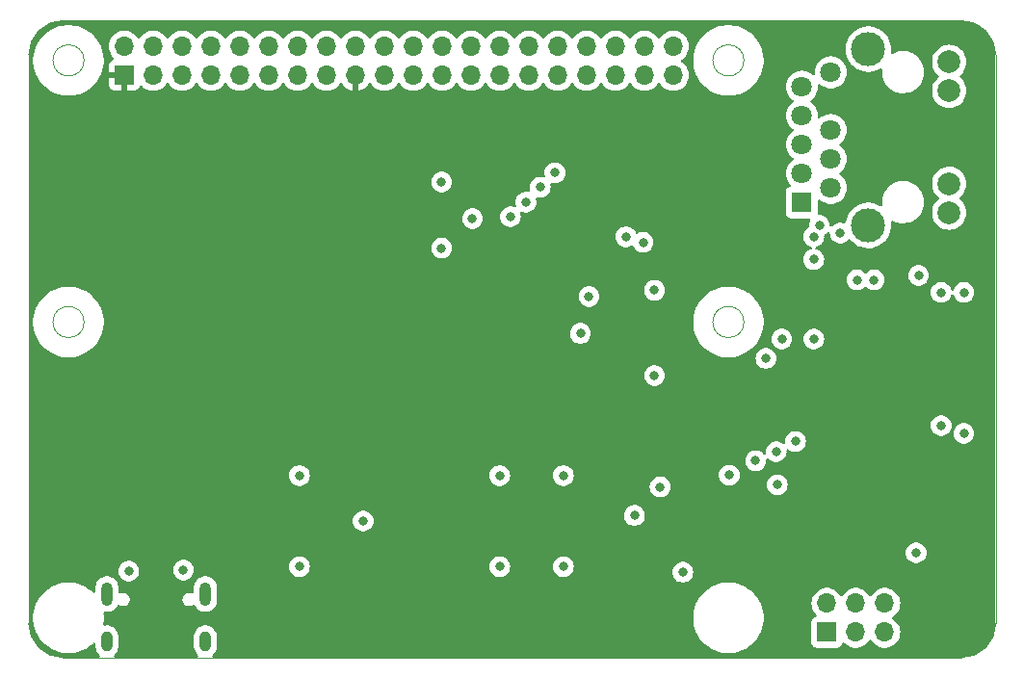
<source format=gbr>
G04 #@! TF.GenerationSoftware,KiCad,Pcbnew,8.0.3*
G04 #@! TF.CreationDate,2024-07-26T16:49:23+02:00*
G04 #@! TF.ProjectId,ice4pi,69636534-7069-42e6-9b69-6361645f7063,rev?*
G04 #@! TF.SameCoordinates,PX2faf080PY2ebae40*
G04 #@! TF.FileFunction,Copper,L3,Inr*
G04 #@! TF.FilePolarity,Positive*
%FSLAX46Y46*%
G04 Gerber Fmt 4.6, Leading zero omitted, Abs format (unit mm)*
G04 Created by KiCad (PCBNEW 8.0.3) date 2024-07-26 16:49:23*
%MOMM*%
%LPD*%
G01*
G04 APERTURE LIST*
G04 #@! TA.AperFunction,ComponentPad*
%ADD10O,1.000000X2.100000*%
G04 #@! TD*
G04 #@! TA.AperFunction,ComponentPad*
%ADD11O,1.000000X1.800000*%
G04 #@! TD*
G04 #@! TA.AperFunction,ComponentPad*
%ADD12R,1.800000X1.800000*%
G04 #@! TD*
G04 #@! TA.AperFunction,ComponentPad*
%ADD13C,1.800000*%
G04 #@! TD*
G04 #@! TA.AperFunction,ComponentPad*
%ADD14C,2.000000*%
G04 #@! TD*
G04 #@! TA.AperFunction,ComponentPad*
%ADD15C,3.000000*%
G04 #@! TD*
G04 #@! TA.AperFunction,ComponentPad*
%ADD16R,1.700000X1.700000*%
G04 #@! TD*
G04 #@! TA.AperFunction,ComponentPad*
%ADD17O,1.700000X1.700000*%
G04 #@! TD*
G04 #@! TA.AperFunction,ViaPad*
%ADD18C,0.800000*%
G04 #@! TD*
G04 #@! TA.AperFunction,Profile*
%ADD19C,0.050000*%
G04 #@! TD*
G04 APERTURE END LIST*
D10*
X6880000Y-50395000D03*
D11*
X6880000Y-54575000D03*
D10*
X15520000Y-50395000D03*
D11*
X15520000Y-54575000D03*
D12*
X67960000Y-15965000D03*
D13*
X70500000Y-14695000D03*
X67960000Y-13425000D03*
X70500000Y-12155000D03*
X67960000Y-10885000D03*
X70500000Y-9615000D03*
X67960000Y-8345000D03*
X67960000Y-5805000D03*
X70500000Y-4535000D03*
D14*
X80910000Y-16885000D03*
X80910000Y-14345000D03*
X80910000Y-6165000D03*
X80910000Y-3625000D03*
D15*
X73800000Y-18005000D03*
X73800000Y-2505000D03*
D16*
X70160000Y-53770000D03*
D17*
X70160000Y-51230000D03*
X72700000Y-53770000D03*
X72700000Y-51230000D03*
X75240000Y-53770000D03*
X75240000Y-51230000D03*
D16*
X8400000Y-4800000D03*
D17*
X8400000Y-2260000D03*
X10940000Y-4800000D03*
X10940000Y-2260000D03*
X13480000Y-4800000D03*
X13480000Y-2260000D03*
X16020000Y-4800000D03*
X16020000Y-2260000D03*
X18560000Y-4800000D03*
X18560000Y-2260000D03*
X21100000Y-4800000D03*
X21100000Y-2260000D03*
X23640000Y-4800000D03*
X23640000Y-2260000D03*
X26180000Y-4800000D03*
X26180000Y-2260000D03*
X28720000Y-4800000D03*
X28720000Y-2260000D03*
X31260000Y-4800000D03*
X31260000Y-2260000D03*
X33800000Y-4800000D03*
X33800000Y-2260000D03*
X36340000Y-4800000D03*
X36340000Y-2260000D03*
X38880000Y-4800000D03*
X38880000Y-2260000D03*
X41420000Y-4800000D03*
X41420000Y-2260000D03*
X43960000Y-4800000D03*
X43960000Y-2260000D03*
X46500000Y-4800000D03*
X46500000Y-2260000D03*
X49040000Y-4800000D03*
X49040000Y-2260000D03*
X51580000Y-4800000D03*
X51580000Y-2260000D03*
X54120000Y-4800000D03*
X54120000Y-2260000D03*
X56660000Y-4800000D03*
X56660000Y-2260000D03*
D18*
X23800000Y-48000000D03*
X23800000Y-40000000D03*
X41400000Y-48000000D03*
X47000000Y-48000000D03*
X47000000Y-40000000D03*
X55500000Y-41000000D03*
X53250000Y-43500000D03*
X57500000Y-48500000D03*
X44958000Y-14655800D03*
X63900000Y-38700000D03*
X43713400Y-15951200D03*
X46253400Y-13385800D03*
X61569600Y-39954200D03*
X65700000Y-37900000D03*
X42341800Y-17246600D03*
X79100000Y-43400000D03*
X74500000Y-36900000D03*
X74500000Y-40500000D03*
X74500000Y-34900000D03*
X81800000Y-40900000D03*
X78221383Y-25207111D03*
X29400000Y-44000000D03*
X13600000Y-48300000D03*
X8800000Y-48400000D03*
X67400000Y-37000000D03*
X55000000Y-23700000D03*
X55000000Y-31200000D03*
X36300000Y-14200000D03*
X36300000Y-20000000D03*
X39000000Y-17400000D03*
X64800000Y-29700000D03*
X69000000Y-21000000D03*
X69000000Y-19000000D03*
X69500000Y-18000000D03*
X72800000Y-22800000D03*
X74300000Y-22800000D03*
X71328724Y-18671276D03*
X82200000Y-36300000D03*
X82200000Y-23900000D03*
X80200000Y-23900000D03*
X80200000Y-35600000D03*
X65800000Y-40800000D03*
X78000000Y-46800000D03*
X41400000Y-40000000D03*
X49250000Y-24250000D03*
X54000000Y-19500000D03*
X52500000Y-19000000D03*
X48500000Y-27500000D03*
X52500000Y-19000000D03*
X69010001Y-28000000D03*
X66190000Y-28000000D03*
X78221383Y-22407111D03*
G04 #@! TA.AperFunction,Conductor*
G36*
X82003300Y-25672D02*
G01*
X82304319Y-41449D01*
X82317436Y-42827D01*
X82611911Y-89467D01*
X82624811Y-92209D01*
X82912799Y-169374D01*
X82925332Y-173447D01*
X83203672Y-280292D01*
X83215719Y-285656D01*
X83481368Y-421010D01*
X83492785Y-427601D01*
X83742838Y-589988D01*
X83753495Y-597732D01*
X83981160Y-782091D01*
X83985197Y-785360D01*
X83994998Y-794185D01*
X84205814Y-1005001D01*
X84214639Y-1014802D01*
X84392545Y-1234498D01*
X84402263Y-1246498D01*
X84410013Y-1257164D01*
X84517534Y-1422732D01*
X84572394Y-1507208D01*
X84578989Y-1518631D01*
X84714343Y-1784280D01*
X84719707Y-1796327D01*
X84826550Y-2074661D01*
X84830626Y-2087205D01*
X84907790Y-2375188D01*
X84910532Y-2388088D01*
X84957172Y-2682563D01*
X84958550Y-2695679D01*
X84971253Y-2938038D01*
X84974136Y-2993064D01*
X84974327Y-2996698D01*
X84974500Y-3003293D01*
X84974500Y-52996706D01*
X84974327Y-53003301D01*
X84958550Y-53304320D01*
X84957172Y-53317436D01*
X84910532Y-53611911D01*
X84907790Y-53624811D01*
X84830626Y-53912794D01*
X84826550Y-53925338D01*
X84719707Y-54203672D01*
X84714343Y-54215719D01*
X84578989Y-54481368D01*
X84572394Y-54492791D01*
X84410015Y-54742832D01*
X84402263Y-54753501D01*
X84214639Y-54985197D01*
X84205814Y-54994998D01*
X83994998Y-55205814D01*
X83985197Y-55214639D01*
X83753501Y-55402263D01*
X83742832Y-55410015D01*
X83492791Y-55572394D01*
X83481368Y-55578989D01*
X83215719Y-55714343D01*
X83203672Y-55719707D01*
X82925338Y-55826550D01*
X82912794Y-55830626D01*
X82624811Y-55907790D01*
X82611911Y-55910532D01*
X82317436Y-55957172D01*
X82304320Y-55958550D01*
X82020488Y-55973426D01*
X82003299Y-55974327D01*
X81996707Y-55974500D01*
X16250924Y-55974500D01*
X16182803Y-55954498D01*
X16136310Y-55900842D01*
X16126206Y-55830568D01*
X16155700Y-55765988D01*
X16161829Y-55759405D01*
X16221794Y-55699440D01*
X16303353Y-55617881D01*
X16413721Y-55452704D01*
X16489744Y-55269169D01*
X16528500Y-55074329D01*
X16528500Y-54075671D01*
X16489744Y-53880831D01*
X16413721Y-53697296D01*
X16303353Y-53532119D01*
X16162881Y-53391647D01*
X15997704Y-53281279D01*
X15814169Y-53205256D01*
X15619331Y-53166500D01*
X15619329Y-53166500D01*
X15420671Y-53166500D01*
X15420668Y-53166500D01*
X15225830Y-53205256D01*
X15225825Y-53205258D01*
X15042296Y-53281279D01*
X14877123Y-53391644D01*
X14877116Y-53391649D01*
X14736649Y-53532116D01*
X14736644Y-53532123D01*
X14626279Y-53697296D01*
X14550258Y-53880825D01*
X14550256Y-53880830D01*
X14511500Y-54075668D01*
X14511500Y-55074331D01*
X14550256Y-55269169D01*
X14626279Y-55452704D01*
X14736647Y-55617881D01*
X14736649Y-55617883D01*
X14878171Y-55759405D01*
X14912197Y-55821717D01*
X14907132Y-55892532D01*
X14864585Y-55949368D01*
X14798065Y-55974179D01*
X14789076Y-55974500D01*
X7610924Y-55974500D01*
X7542803Y-55954498D01*
X7496310Y-55900842D01*
X7486206Y-55830568D01*
X7515700Y-55765988D01*
X7521829Y-55759405D01*
X7581794Y-55699440D01*
X7663353Y-55617881D01*
X7773721Y-55452704D01*
X7849744Y-55269169D01*
X7888500Y-55074329D01*
X7888500Y-54075671D01*
X7849744Y-53880831D01*
X7773721Y-53697296D01*
X7663353Y-53532119D01*
X7522881Y-53391647D01*
X7357704Y-53281279D01*
X7174169Y-53205256D01*
X6979331Y-53166500D01*
X6979329Y-53166500D01*
X6780671Y-53166500D01*
X6780663Y-53166500D01*
X6706782Y-53181196D01*
X6636068Y-53174867D01*
X6580001Y-53131313D01*
X6556383Y-53064360D01*
X6559363Y-53029571D01*
X6561508Y-53020174D01*
X6561509Y-53020171D01*
X6600500Y-52674120D01*
X6600500Y-52325880D01*
X6600500Y-52325878D01*
X58399500Y-52325878D01*
X58399500Y-52674121D01*
X58438491Y-53020174D01*
X58461552Y-53121209D01*
X58515982Y-53359681D01*
X58515984Y-53359687D01*
X58515983Y-53359687D01*
X58630991Y-53688361D01*
X58631002Y-53688388D01*
X58782091Y-54002128D01*
X58782096Y-54002137D01*
X58967372Y-54297000D01*
X58967375Y-54297004D01*
X59184489Y-54569259D01*
X59430740Y-54815510D01*
X59702995Y-55032624D01*
X59703003Y-55032630D01*
X59931357Y-55176115D01*
X59992667Y-55214639D01*
X59997867Y-55217906D01*
X60311621Y-55369002D01*
X60311637Y-55369007D01*
X60311638Y-55369008D01*
X60640312Y-55484016D01*
X60640315Y-55484016D01*
X60640319Y-55484018D01*
X60979829Y-55561509D01*
X61225210Y-55589157D01*
X61325878Y-55600500D01*
X61325880Y-55600500D01*
X61674122Y-55600500D01*
X61762006Y-55590597D01*
X62020171Y-55561509D01*
X62359681Y-55484018D01*
X62688379Y-55369002D01*
X63002133Y-55217906D01*
X63296997Y-55032630D01*
X63455007Y-54906622D01*
X63569259Y-54815510D01*
X63815510Y-54569259D01*
X64032624Y-54297004D01*
X64032630Y-54296997D01*
X64217906Y-54002133D01*
X64369002Y-53688379D01*
X64484018Y-53359681D01*
X64561509Y-53020171D01*
X64600500Y-52674120D01*
X64600500Y-52325880D01*
X64561509Y-51979829D01*
X64484018Y-51640319D01*
X64465669Y-51587881D01*
X64369008Y-51311638D01*
X64369007Y-51311637D01*
X64369002Y-51311621D01*
X64329695Y-51230000D01*
X68796844Y-51230000D01*
X68812812Y-51422704D01*
X68815437Y-51454375D01*
X68870702Y-51672612D01*
X68870703Y-51672613D01*
X68870704Y-51672616D01*
X68943564Y-51838721D01*
X68961141Y-51878793D01*
X69084275Y-52067265D01*
X69084280Y-52067270D01*
X69227475Y-52222820D01*
X69258896Y-52286485D01*
X69250909Y-52357031D01*
X69206051Y-52412060D01*
X69178807Y-52426213D01*
X69063797Y-52469110D01*
X69063792Y-52469112D01*
X68946738Y-52556738D01*
X68859112Y-52673792D01*
X68859110Y-52673797D01*
X68808011Y-52810795D01*
X68808009Y-52810803D01*
X68801500Y-52871350D01*
X68801500Y-54668649D01*
X68808009Y-54729196D01*
X68808011Y-54729204D01*
X68859110Y-54866202D01*
X68859112Y-54866207D01*
X68946738Y-54983261D01*
X69063792Y-55070887D01*
X69063794Y-55070888D01*
X69063796Y-55070889D01*
X69118900Y-55091442D01*
X69200795Y-55121988D01*
X69200803Y-55121990D01*
X69261350Y-55128499D01*
X69261355Y-55128499D01*
X69261362Y-55128500D01*
X69261368Y-55128500D01*
X71058632Y-55128500D01*
X71058638Y-55128500D01*
X71058645Y-55128499D01*
X71058649Y-55128499D01*
X71119196Y-55121990D01*
X71119199Y-55121989D01*
X71119201Y-55121989D01*
X71256204Y-55070889D01*
X71326399Y-55018342D01*
X71373261Y-54983261D01*
X71460886Y-54866208D01*
X71460885Y-54866208D01*
X71460889Y-54866204D01*
X71504999Y-54747939D01*
X71547545Y-54691107D01*
X71614066Y-54666296D01*
X71683440Y-54681388D01*
X71715753Y-54706635D01*
X71776760Y-54772906D01*
X71776762Y-54772908D01*
X71822453Y-54808471D01*
X71954424Y-54911189D01*
X72152426Y-55018342D01*
X72152427Y-55018342D01*
X72152428Y-55018343D01*
X72264227Y-55056723D01*
X72365365Y-55091444D01*
X72587431Y-55128500D01*
X72587435Y-55128500D01*
X72812565Y-55128500D01*
X72812569Y-55128500D01*
X73034635Y-55091444D01*
X73247574Y-55018342D01*
X73445576Y-54911189D01*
X73623240Y-54772906D01*
X73775722Y-54607268D01*
X73864518Y-54471354D01*
X73918520Y-54425268D01*
X73988868Y-54415692D01*
X74053225Y-54445669D01*
X74075480Y-54471353D01*
X74108607Y-54522058D01*
X74164275Y-54607265D01*
X74164279Y-54607270D01*
X74316762Y-54772908D01*
X74362453Y-54808471D01*
X74494424Y-54911189D01*
X74692426Y-55018342D01*
X74692427Y-55018342D01*
X74692428Y-55018343D01*
X74804227Y-55056723D01*
X74905365Y-55091444D01*
X75127431Y-55128500D01*
X75127435Y-55128500D01*
X75352565Y-55128500D01*
X75352569Y-55128500D01*
X75574635Y-55091444D01*
X75787574Y-55018342D01*
X75985576Y-54911189D01*
X76163240Y-54772906D01*
X76315722Y-54607268D01*
X76438860Y-54418791D01*
X76529296Y-54212616D01*
X76584564Y-53994368D01*
X76603156Y-53770000D01*
X76584564Y-53545632D01*
X76529296Y-53327384D01*
X76438860Y-53121209D01*
X76421500Y-53094637D01*
X76315724Y-52932734D01*
X76315720Y-52932729D01*
X76163237Y-52767091D01*
X76081382Y-52703381D01*
X75985576Y-52628811D01*
X75952319Y-52610813D01*
X75901929Y-52560802D01*
X75886576Y-52491485D01*
X75911136Y-52424872D01*
X75952320Y-52389186D01*
X75985576Y-52371189D01*
X76163240Y-52232906D01*
X76315722Y-52067268D01*
X76438860Y-51878791D01*
X76529296Y-51672616D01*
X76584564Y-51454368D01*
X76603156Y-51230000D01*
X76584564Y-51005632D01*
X76529296Y-50787384D01*
X76438860Y-50581209D01*
X76432140Y-50570924D01*
X76315724Y-50392734D01*
X76315720Y-50392729D01*
X76163237Y-50227091D01*
X76081382Y-50163381D01*
X75985576Y-50088811D01*
X75787574Y-49981658D01*
X75787572Y-49981657D01*
X75787571Y-49981656D01*
X75574639Y-49908557D01*
X75574630Y-49908555D01*
X75530476Y-49901187D01*
X75352569Y-49871500D01*
X75127431Y-49871500D01*
X74979211Y-49896233D01*
X74905369Y-49908555D01*
X74905360Y-49908557D01*
X74692428Y-49981656D01*
X74692426Y-49981658D01*
X74494426Y-50088810D01*
X74494424Y-50088811D01*
X74316762Y-50227091D01*
X74164279Y-50392729D01*
X74075483Y-50528643D01*
X74021479Y-50574731D01*
X73951131Y-50584306D01*
X73886774Y-50554329D01*
X73864517Y-50528643D01*
X73775720Y-50392729D01*
X73623237Y-50227091D01*
X73541382Y-50163381D01*
X73445576Y-50088811D01*
X73247574Y-49981658D01*
X73247572Y-49981657D01*
X73247571Y-49981656D01*
X73034639Y-49908557D01*
X73034630Y-49908555D01*
X72990476Y-49901187D01*
X72812569Y-49871500D01*
X72587431Y-49871500D01*
X72439211Y-49896233D01*
X72365369Y-49908555D01*
X72365360Y-49908557D01*
X72152428Y-49981656D01*
X72152426Y-49981658D01*
X71954426Y-50088810D01*
X71954424Y-50088811D01*
X71776762Y-50227091D01*
X71624279Y-50392729D01*
X71535483Y-50528643D01*
X71481479Y-50574731D01*
X71411131Y-50584306D01*
X71346774Y-50554329D01*
X71324517Y-50528643D01*
X71235720Y-50392729D01*
X71083237Y-50227091D01*
X71001382Y-50163381D01*
X70905576Y-50088811D01*
X70707574Y-49981658D01*
X70707572Y-49981657D01*
X70707571Y-49981656D01*
X70494639Y-49908557D01*
X70494630Y-49908555D01*
X70450476Y-49901187D01*
X70272569Y-49871500D01*
X70047431Y-49871500D01*
X69899211Y-49896233D01*
X69825369Y-49908555D01*
X69825360Y-49908557D01*
X69612428Y-49981656D01*
X69612426Y-49981658D01*
X69414426Y-50088810D01*
X69414424Y-50088811D01*
X69236762Y-50227091D01*
X69084279Y-50392729D01*
X69084275Y-50392734D01*
X68961141Y-50581206D01*
X68870703Y-50787386D01*
X68870702Y-50787387D01*
X68815437Y-51005624D01*
X68815436Y-51005630D01*
X68815436Y-51005632D01*
X68796844Y-51230000D01*
X64329695Y-51230000D01*
X64217906Y-50997867D01*
X64032630Y-50703003D01*
X64032624Y-50702995D01*
X63815510Y-50430740D01*
X63569259Y-50184489D01*
X63297004Y-49967375D01*
X63297000Y-49967372D01*
X63002137Y-49782096D01*
X63002128Y-49782091D01*
X62688388Y-49631002D01*
X62688383Y-49631000D01*
X62688379Y-49630998D01*
X62688373Y-49630995D01*
X62688361Y-49630991D01*
X62359687Y-49515983D01*
X62020174Y-49438491D01*
X61674122Y-49399500D01*
X61674120Y-49399500D01*
X61325880Y-49399500D01*
X61325878Y-49399500D01*
X60979825Y-49438491D01*
X60640312Y-49515983D01*
X60311638Y-49630991D01*
X60311611Y-49631002D01*
X59997871Y-49782091D01*
X59997862Y-49782096D01*
X59702999Y-49967372D01*
X59702995Y-49967375D01*
X59430740Y-50184489D01*
X59184489Y-50430740D01*
X58967375Y-50702995D01*
X58967372Y-50702999D01*
X58782096Y-50997862D01*
X58782091Y-50997871D01*
X58631002Y-51311611D01*
X58630991Y-51311638D01*
X58515983Y-51640312D01*
X58438491Y-51979825D01*
X58399500Y-52325878D01*
X6600500Y-52325878D01*
X6572753Y-52079622D01*
X6585002Y-52009692D01*
X6633115Y-51957484D01*
X6701816Y-51939575D01*
X6722534Y-51941935D01*
X6780671Y-51953500D01*
X6780672Y-51953500D01*
X6979328Y-51953500D01*
X6979329Y-51953500D01*
X7174169Y-51914744D01*
X7357704Y-51838721D01*
X7522881Y-51728353D01*
X7663353Y-51587881D01*
X7773721Y-51422704D01*
X7776498Y-51415998D01*
X7821044Y-51360717D01*
X7888407Y-51338294D01*
X7955908Y-51355095D01*
X7956634Y-51355514D01*
X7956635Y-51355515D01*
X8087865Y-51431281D01*
X8234234Y-51470500D01*
X8234236Y-51470500D01*
X8385764Y-51470500D01*
X8385766Y-51470500D01*
X8532135Y-51431281D01*
X8663365Y-51355515D01*
X8770515Y-51248365D01*
X8846281Y-51117135D01*
X8885500Y-50970766D01*
X8885500Y-50819234D01*
X13514500Y-50819234D01*
X13514500Y-50970766D01*
X13543209Y-51077911D01*
X13553718Y-51117132D01*
X13553721Y-51117139D01*
X13629482Y-51248361D01*
X13629490Y-51248371D01*
X13736628Y-51355509D01*
X13736633Y-51355513D01*
X13736635Y-51355515D01*
X13736636Y-51355516D01*
X13736638Y-51355517D01*
X13828877Y-51408771D01*
X13867865Y-51431281D01*
X14014234Y-51470500D01*
X14014236Y-51470500D01*
X14165764Y-51470500D01*
X14165766Y-51470500D01*
X14312135Y-51431281D01*
X14443365Y-51355515D01*
X14443368Y-51355511D01*
X14444090Y-51355095D01*
X14513086Y-51338357D01*
X14580178Y-51361577D01*
X14623498Y-51415991D01*
X14626278Y-51422702D01*
X14626278Y-51422703D01*
X14632010Y-51431281D01*
X14736647Y-51587881D01*
X14877119Y-51728353D01*
X15042296Y-51838721D01*
X15225831Y-51914744D01*
X15420671Y-51953500D01*
X15420672Y-51953500D01*
X15619328Y-51953500D01*
X15619329Y-51953500D01*
X15814169Y-51914744D01*
X15997704Y-51838721D01*
X16162881Y-51728353D01*
X16303353Y-51587881D01*
X16413721Y-51422704D01*
X16489744Y-51239169D01*
X16528500Y-51044329D01*
X16528500Y-49745671D01*
X16489744Y-49550831D01*
X16413721Y-49367296D01*
X16303353Y-49202119D01*
X16162881Y-49061647D01*
X15997704Y-48951279D01*
X15814169Y-48875256D01*
X15795558Y-48871554D01*
X15619331Y-48836500D01*
X15619329Y-48836500D01*
X15420671Y-48836500D01*
X15420668Y-48836500D01*
X15225830Y-48875256D01*
X15225825Y-48875258D01*
X15042296Y-48951279D01*
X14877123Y-49061644D01*
X14877116Y-49061649D01*
X14736649Y-49202116D01*
X14736644Y-49202123D01*
X14626279Y-49367296D01*
X14550258Y-49550825D01*
X14550256Y-49550830D01*
X14511500Y-49745668D01*
X14511500Y-50255584D01*
X14491498Y-50323705D01*
X14437842Y-50370198D01*
X14367568Y-50380302D01*
X14322502Y-50364704D01*
X14312141Y-50358722D01*
X14312137Y-50358720D01*
X14312135Y-50358719D01*
X14312133Y-50358718D01*
X14312132Y-50358718D01*
X14272911Y-50348209D01*
X14165766Y-50319500D01*
X14014234Y-50319500D01*
X13935798Y-50340516D01*
X13867867Y-50358718D01*
X13867860Y-50358721D01*
X13736638Y-50434482D01*
X13736628Y-50434490D01*
X13629490Y-50541628D01*
X13629482Y-50541638D01*
X13553721Y-50672860D01*
X13553718Y-50672867D01*
X13534821Y-50743393D01*
X13514500Y-50819234D01*
X8885500Y-50819234D01*
X8846281Y-50672865D01*
X8793363Y-50581209D01*
X8770517Y-50541638D01*
X8770509Y-50541628D01*
X8663371Y-50434490D01*
X8663361Y-50434482D01*
X8532139Y-50358721D01*
X8532136Y-50358720D01*
X8532135Y-50358719D01*
X8532133Y-50358718D01*
X8532132Y-50358718D01*
X8492911Y-50348209D01*
X8385766Y-50319500D01*
X8234234Y-50319500D01*
X8155798Y-50340516D01*
X8087867Y-50358718D01*
X8087858Y-50358722D01*
X8077498Y-50364704D01*
X8008502Y-50381441D01*
X7941411Y-50358219D01*
X7897525Y-50302411D01*
X7888500Y-50255584D01*
X7888500Y-49745672D01*
X7888499Y-49745668D01*
X7849744Y-49550831D01*
X7773721Y-49367296D01*
X7663353Y-49202119D01*
X7522881Y-49061647D01*
X7357704Y-48951279D01*
X7174169Y-48875256D01*
X7155558Y-48871554D01*
X6979331Y-48836500D01*
X6979329Y-48836500D01*
X6780671Y-48836500D01*
X6780668Y-48836500D01*
X6585830Y-48875256D01*
X6585825Y-48875258D01*
X6402296Y-48951279D01*
X6237123Y-49061644D01*
X6237116Y-49061649D01*
X6096649Y-49202116D01*
X6096644Y-49202123D01*
X5986279Y-49367296D01*
X5910258Y-49550825D01*
X5910256Y-49550830D01*
X5871500Y-49745668D01*
X5871500Y-50182540D01*
X5851498Y-50250661D01*
X5797842Y-50297154D01*
X5727568Y-50307258D01*
X5662988Y-50277764D01*
X5656405Y-50271635D01*
X5569259Y-50184489D01*
X5297004Y-49967375D01*
X5297000Y-49967372D01*
X5002137Y-49782096D01*
X5002128Y-49782091D01*
X4688388Y-49631002D01*
X4688383Y-49631000D01*
X4688379Y-49630998D01*
X4688373Y-49630995D01*
X4688361Y-49630991D01*
X4359687Y-49515983D01*
X4020174Y-49438491D01*
X3674122Y-49399500D01*
X3674120Y-49399500D01*
X3325880Y-49399500D01*
X3325878Y-49399500D01*
X2979825Y-49438491D01*
X2640312Y-49515983D01*
X2311638Y-49630991D01*
X2311611Y-49631002D01*
X1997871Y-49782091D01*
X1997862Y-49782096D01*
X1702999Y-49967372D01*
X1702995Y-49967375D01*
X1430740Y-50184489D01*
X1184489Y-50430740D01*
X967375Y-50702995D01*
X967372Y-50702999D01*
X782096Y-50997862D01*
X782091Y-50997871D01*
X631002Y-51311611D01*
X630991Y-51311638D01*
X515983Y-51640312D01*
X438491Y-51979825D01*
X399500Y-52325878D01*
X399500Y-52674121D01*
X438491Y-53020174D01*
X461552Y-53121209D01*
X515982Y-53359681D01*
X515984Y-53359687D01*
X515983Y-53359687D01*
X630991Y-53688361D01*
X631002Y-53688388D01*
X782091Y-54002128D01*
X782096Y-54002137D01*
X967372Y-54297000D01*
X967375Y-54297004D01*
X1184489Y-54569259D01*
X1430740Y-54815510D01*
X1702995Y-55032624D01*
X1703003Y-55032630D01*
X1931357Y-55176115D01*
X1992667Y-55214639D01*
X1997867Y-55217906D01*
X2311621Y-55369002D01*
X2311637Y-55369007D01*
X2311638Y-55369008D01*
X2640312Y-55484016D01*
X2640315Y-55484016D01*
X2640319Y-55484018D01*
X2979829Y-55561509D01*
X3225210Y-55589157D01*
X3325878Y-55600500D01*
X3325880Y-55600500D01*
X3674122Y-55600500D01*
X3762006Y-55590597D01*
X4020171Y-55561509D01*
X4359681Y-55484018D01*
X4688379Y-55369002D01*
X5002133Y-55217906D01*
X5296997Y-55032630D01*
X5455007Y-54906622D01*
X5569259Y-54815510D01*
X5569266Y-54815503D01*
X5656405Y-54728365D01*
X5718717Y-54694339D01*
X5789532Y-54699404D01*
X5846368Y-54741951D01*
X5871179Y-54808471D01*
X5871500Y-54817460D01*
X5871500Y-55074331D01*
X5910256Y-55269169D01*
X5986279Y-55452704D01*
X6096647Y-55617881D01*
X6096649Y-55617883D01*
X6238171Y-55759405D01*
X6272197Y-55821717D01*
X6267132Y-55892532D01*
X6224585Y-55949368D01*
X6158065Y-55974179D01*
X6149076Y-55974500D01*
X3003293Y-55974500D01*
X2996700Y-55974327D01*
X2978512Y-55973373D01*
X2695679Y-55958550D01*
X2682563Y-55957172D01*
X2388088Y-55910532D01*
X2375188Y-55907790D01*
X2087205Y-55830626D01*
X2074661Y-55826550D01*
X1796327Y-55719707D01*
X1784280Y-55714343D01*
X1518631Y-55578989D01*
X1507208Y-55572394D01*
X1257167Y-55410015D01*
X1246498Y-55402263D01*
X1187493Y-55354482D01*
X1014802Y-55214639D01*
X1005001Y-55205814D01*
X794185Y-54994998D01*
X785360Y-54985197D01*
X783792Y-54983261D01*
X597732Y-54753495D01*
X589988Y-54742838D01*
X427601Y-54492785D01*
X421010Y-54481368D01*
X285656Y-54215719D01*
X280292Y-54203672D01*
X199950Y-53994375D01*
X173447Y-53925332D01*
X169373Y-53912794D01*
X160808Y-53880830D01*
X92209Y-53624811D01*
X89467Y-53611911D01*
X42826Y-53317435D01*
X41449Y-53304319D01*
X25673Y-53003300D01*
X25500Y-52996706D01*
X25500Y-48400000D01*
X7886496Y-48400000D01*
X7906457Y-48589927D01*
X7932980Y-48671554D01*
X7965473Y-48771556D01*
X7965476Y-48771561D01*
X8060958Y-48936941D01*
X8060965Y-48936951D01*
X8188744Y-49078864D01*
X8188747Y-49078866D01*
X8343248Y-49191118D01*
X8517712Y-49268794D01*
X8704513Y-49308500D01*
X8895487Y-49308500D01*
X9082288Y-49268794D01*
X9256752Y-49191118D01*
X9411253Y-49078866D01*
X9426760Y-49061644D01*
X9539034Y-48936951D01*
X9539035Y-48936949D01*
X9539040Y-48936944D01*
X9634527Y-48771556D01*
X9693542Y-48589928D01*
X9713504Y-48400000D01*
X9702994Y-48300000D01*
X12686496Y-48300000D01*
X12706457Y-48489927D01*
X12736526Y-48582470D01*
X12765473Y-48671556D01*
X12776080Y-48689927D01*
X12860958Y-48836941D01*
X12860965Y-48836951D01*
X12988744Y-48978864D01*
X12988747Y-48978866D01*
X13143248Y-49091118D01*
X13317712Y-49168794D01*
X13504513Y-49208500D01*
X13695487Y-49208500D01*
X13882288Y-49168794D01*
X14056752Y-49091118D01*
X14211253Y-48978866D01*
X14211255Y-48978864D01*
X14339034Y-48836951D01*
X14339035Y-48836949D01*
X14339040Y-48836944D01*
X14434527Y-48671556D01*
X14493542Y-48489928D01*
X14513504Y-48300000D01*
X14493542Y-48110072D01*
X14457777Y-48000000D01*
X22886496Y-48000000D01*
X22906457Y-48189927D01*
X22913003Y-48210072D01*
X22965473Y-48371556D01*
X22965476Y-48371561D01*
X23060958Y-48536941D01*
X23060965Y-48536951D01*
X23188744Y-48678864D01*
X23188747Y-48678866D01*
X23343248Y-48791118D01*
X23517712Y-48868794D01*
X23704513Y-48908500D01*
X23895487Y-48908500D01*
X24082288Y-48868794D01*
X24256752Y-48791118D01*
X24411253Y-48678866D01*
X24411255Y-48678864D01*
X24539034Y-48536951D01*
X24539035Y-48536949D01*
X24539040Y-48536944D01*
X24634527Y-48371556D01*
X24693542Y-48189928D01*
X24713504Y-48000000D01*
X40486496Y-48000000D01*
X40506457Y-48189927D01*
X40513003Y-48210072D01*
X40565473Y-48371556D01*
X40565476Y-48371561D01*
X40660958Y-48536941D01*
X40660965Y-48536951D01*
X40788744Y-48678864D01*
X40788747Y-48678866D01*
X40943248Y-48791118D01*
X41117712Y-48868794D01*
X41304513Y-48908500D01*
X41495487Y-48908500D01*
X41682288Y-48868794D01*
X41856752Y-48791118D01*
X42011253Y-48678866D01*
X42011255Y-48678864D01*
X42139034Y-48536951D01*
X42139035Y-48536949D01*
X42139040Y-48536944D01*
X42234527Y-48371556D01*
X42293542Y-48189928D01*
X42313504Y-48000000D01*
X46086496Y-48000000D01*
X46106457Y-48189927D01*
X46113003Y-48210072D01*
X46165473Y-48371556D01*
X46165476Y-48371561D01*
X46260958Y-48536941D01*
X46260965Y-48536951D01*
X46388744Y-48678864D01*
X46388747Y-48678866D01*
X46543248Y-48791118D01*
X46717712Y-48868794D01*
X46904513Y-48908500D01*
X47095487Y-48908500D01*
X47282288Y-48868794D01*
X47456752Y-48791118D01*
X47611253Y-48678866D01*
X47611255Y-48678864D01*
X47739034Y-48536951D01*
X47739035Y-48536949D01*
X47739040Y-48536944D01*
X47760370Y-48500000D01*
X56586496Y-48500000D01*
X56606457Y-48689927D01*
X56632980Y-48771554D01*
X56665473Y-48871556D01*
X56665476Y-48871561D01*
X56760958Y-49036941D01*
X56760965Y-49036951D01*
X56888744Y-49178864D01*
X56949999Y-49223368D01*
X57043248Y-49291118D01*
X57217712Y-49368794D01*
X57404513Y-49408500D01*
X57595487Y-49408500D01*
X57782288Y-49368794D01*
X57956752Y-49291118D01*
X58111253Y-49178866D01*
X58190262Y-49091118D01*
X58239034Y-49036951D01*
X58239035Y-49036949D01*
X58239040Y-49036944D01*
X58334527Y-48871556D01*
X58393542Y-48689928D01*
X58413504Y-48500000D01*
X58393542Y-48310072D01*
X58334527Y-48128444D01*
X58239040Y-47963056D01*
X58239038Y-47963054D01*
X58239034Y-47963048D01*
X58111255Y-47821135D01*
X57956752Y-47708882D01*
X57782288Y-47631206D01*
X57595487Y-47591500D01*
X57404513Y-47591500D01*
X57217711Y-47631206D01*
X57043247Y-47708882D01*
X56888744Y-47821135D01*
X56760965Y-47963048D01*
X56760958Y-47963058D01*
X56665476Y-48128438D01*
X56665473Y-48128445D01*
X56606457Y-48310072D01*
X56586496Y-48500000D01*
X47760370Y-48500000D01*
X47834527Y-48371556D01*
X47893542Y-48189928D01*
X47913504Y-48000000D01*
X47893542Y-47810072D01*
X47834527Y-47628444D01*
X47739040Y-47463056D01*
X47739038Y-47463054D01*
X47739034Y-47463048D01*
X47611255Y-47321135D01*
X47456752Y-47208882D01*
X47282288Y-47131206D01*
X47095487Y-47091500D01*
X46904513Y-47091500D01*
X46717711Y-47131206D01*
X46543247Y-47208882D01*
X46388744Y-47321135D01*
X46260965Y-47463048D01*
X46260958Y-47463058D01*
X46165476Y-47628438D01*
X46165473Y-47628445D01*
X46106457Y-47810072D01*
X46086496Y-48000000D01*
X42313504Y-48000000D01*
X42293542Y-47810072D01*
X42234527Y-47628444D01*
X42139040Y-47463056D01*
X42139038Y-47463054D01*
X42139034Y-47463048D01*
X42011255Y-47321135D01*
X41856752Y-47208882D01*
X41682288Y-47131206D01*
X41495487Y-47091500D01*
X41304513Y-47091500D01*
X41117711Y-47131206D01*
X40943247Y-47208882D01*
X40788744Y-47321135D01*
X40660965Y-47463048D01*
X40660958Y-47463058D01*
X40565476Y-47628438D01*
X40565473Y-47628445D01*
X40506457Y-47810072D01*
X40486496Y-48000000D01*
X24713504Y-48000000D01*
X24693542Y-47810072D01*
X24634527Y-47628444D01*
X24539040Y-47463056D01*
X24539038Y-47463054D01*
X24539034Y-47463048D01*
X24411255Y-47321135D01*
X24256752Y-47208882D01*
X24082288Y-47131206D01*
X23895487Y-47091500D01*
X23704513Y-47091500D01*
X23517711Y-47131206D01*
X23343247Y-47208882D01*
X23188744Y-47321135D01*
X23060965Y-47463048D01*
X23060958Y-47463058D01*
X22965476Y-47628438D01*
X22965473Y-47628445D01*
X22906457Y-47810072D01*
X22886496Y-48000000D01*
X14457777Y-48000000D01*
X14434527Y-47928444D01*
X14339040Y-47763056D01*
X14339038Y-47763054D01*
X14339034Y-47763048D01*
X14211255Y-47621135D01*
X14056752Y-47508882D01*
X13882288Y-47431206D01*
X13695487Y-47391500D01*
X13504513Y-47391500D01*
X13317711Y-47431206D01*
X13143247Y-47508882D01*
X12988744Y-47621135D01*
X12860965Y-47763048D01*
X12860958Y-47763058D01*
X12765476Y-47928438D01*
X12765473Y-47928445D01*
X12706457Y-48110072D01*
X12686496Y-48300000D01*
X9702994Y-48300000D01*
X9693542Y-48210072D01*
X9634527Y-48028444D01*
X9539040Y-47863056D01*
X9539038Y-47863054D01*
X9539034Y-47863048D01*
X9411255Y-47721135D01*
X9256752Y-47608882D01*
X9082288Y-47531206D01*
X8895487Y-47491500D01*
X8704513Y-47491500D01*
X8517711Y-47531206D01*
X8343247Y-47608882D01*
X8188744Y-47721135D01*
X8060965Y-47863048D01*
X8060958Y-47863058D01*
X7965476Y-48028438D01*
X7965473Y-48028445D01*
X7906457Y-48210072D01*
X7886496Y-48400000D01*
X25500Y-48400000D01*
X25500Y-46800000D01*
X77086496Y-46800000D01*
X77106457Y-46989927D01*
X77136526Y-47082470D01*
X77165473Y-47171556D01*
X77165476Y-47171561D01*
X77260958Y-47336941D01*
X77260965Y-47336951D01*
X77388744Y-47478864D01*
X77388747Y-47478866D01*
X77543248Y-47591118D01*
X77717712Y-47668794D01*
X77904513Y-47708500D01*
X78095487Y-47708500D01*
X78282288Y-47668794D01*
X78456752Y-47591118D01*
X78611253Y-47478866D01*
X78625487Y-47463058D01*
X78739034Y-47336951D01*
X78739035Y-47336949D01*
X78739040Y-47336944D01*
X78834527Y-47171556D01*
X78893542Y-46989928D01*
X78913504Y-46800000D01*
X78893542Y-46610072D01*
X78834527Y-46428444D01*
X78739040Y-46263056D01*
X78739038Y-46263054D01*
X78739034Y-46263048D01*
X78611255Y-46121135D01*
X78456752Y-46008882D01*
X78282288Y-45931206D01*
X78095487Y-45891500D01*
X77904513Y-45891500D01*
X77717711Y-45931206D01*
X77543247Y-46008882D01*
X77388744Y-46121135D01*
X77260965Y-46263048D01*
X77260958Y-46263058D01*
X77165476Y-46428438D01*
X77165473Y-46428445D01*
X77106457Y-46610072D01*
X77086496Y-46800000D01*
X25500Y-46800000D01*
X25500Y-44000000D01*
X28486496Y-44000000D01*
X28506457Y-44189927D01*
X28536526Y-44282470D01*
X28565473Y-44371556D01*
X28565476Y-44371561D01*
X28660958Y-44536941D01*
X28660965Y-44536951D01*
X28788744Y-44678864D01*
X28788747Y-44678866D01*
X28943248Y-44791118D01*
X29117712Y-44868794D01*
X29304513Y-44908500D01*
X29495487Y-44908500D01*
X29682288Y-44868794D01*
X29856752Y-44791118D01*
X30011253Y-44678866D01*
X30139040Y-44536944D01*
X30234527Y-44371556D01*
X30293542Y-44189928D01*
X30313504Y-44000000D01*
X30293542Y-43810072D01*
X30234527Y-43628444D01*
X30160370Y-43500000D01*
X52336496Y-43500000D01*
X52356457Y-43689927D01*
X52386526Y-43782470D01*
X52415473Y-43871556D01*
X52415476Y-43871561D01*
X52510958Y-44036941D01*
X52510965Y-44036951D01*
X52638744Y-44178864D01*
X52638747Y-44178866D01*
X52793248Y-44291118D01*
X52967712Y-44368794D01*
X53154513Y-44408500D01*
X53345487Y-44408500D01*
X53532288Y-44368794D01*
X53706752Y-44291118D01*
X53861253Y-44178866D01*
X53989040Y-44036944D01*
X54084527Y-43871556D01*
X54143542Y-43689928D01*
X54163504Y-43500000D01*
X54143542Y-43310072D01*
X54084527Y-43128444D01*
X53989040Y-42963056D01*
X53989038Y-42963054D01*
X53989034Y-42963048D01*
X53861255Y-42821135D01*
X53706752Y-42708882D01*
X53532288Y-42631206D01*
X53345487Y-42591500D01*
X53154513Y-42591500D01*
X52967711Y-42631206D01*
X52793247Y-42708882D01*
X52638744Y-42821135D01*
X52510965Y-42963048D01*
X52510958Y-42963058D01*
X52415476Y-43128438D01*
X52415473Y-43128445D01*
X52356457Y-43310072D01*
X52336496Y-43500000D01*
X30160370Y-43500000D01*
X30139040Y-43463056D01*
X30139038Y-43463054D01*
X30139034Y-43463048D01*
X30011255Y-43321135D01*
X29856752Y-43208882D01*
X29682288Y-43131206D01*
X29495487Y-43091500D01*
X29304513Y-43091500D01*
X29117711Y-43131206D01*
X28943247Y-43208882D01*
X28788744Y-43321135D01*
X28660965Y-43463048D01*
X28660958Y-43463058D01*
X28565476Y-43628438D01*
X28565473Y-43628445D01*
X28506457Y-43810072D01*
X28486496Y-44000000D01*
X25500Y-44000000D01*
X25500Y-41000000D01*
X54586496Y-41000000D01*
X54606457Y-41189927D01*
X54636526Y-41282470D01*
X54665473Y-41371556D01*
X54665476Y-41371561D01*
X54760958Y-41536941D01*
X54760965Y-41536951D01*
X54888744Y-41678864D01*
X54949999Y-41723368D01*
X55043248Y-41791118D01*
X55217712Y-41868794D01*
X55404513Y-41908500D01*
X55595487Y-41908500D01*
X55782288Y-41868794D01*
X55956752Y-41791118D01*
X56111253Y-41678866D01*
X56190262Y-41591118D01*
X56239034Y-41536951D01*
X56239035Y-41536949D01*
X56239040Y-41536944D01*
X56334527Y-41371556D01*
X56393542Y-41189928D01*
X56413504Y-41000000D01*
X56393542Y-40810072D01*
X56334527Y-40628444D01*
X56239040Y-40463056D01*
X56239038Y-40463054D01*
X56239034Y-40463048D01*
X56111255Y-40321135D01*
X55956752Y-40208882D01*
X55782288Y-40131206D01*
X55595487Y-40091500D01*
X55404513Y-40091500D01*
X55217711Y-40131206D01*
X55043247Y-40208882D01*
X54888744Y-40321135D01*
X54760965Y-40463048D01*
X54760958Y-40463058D01*
X54676080Y-40610072D01*
X54665473Y-40628444D01*
X54650999Y-40672986D01*
X54606457Y-40810072D01*
X54586496Y-41000000D01*
X25500Y-41000000D01*
X25500Y-40000000D01*
X22886496Y-40000000D01*
X22906457Y-40189927D01*
X22936526Y-40282470D01*
X22965473Y-40371556D01*
X22965476Y-40371561D01*
X23060958Y-40536941D01*
X23060965Y-40536951D01*
X23188744Y-40678864D01*
X23188747Y-40678866D01*
X23343248Y-40791118D01*
X23517712Y-40868794D01*
X23704513Y-40908500D01*
X23895487Y-40908500D01*
X24082288Y-40868794D01*
X24256752Y-40791118D01*
X24411253Y-40678866D01*
X24411255Y-40678864D01*
X24539034Y-40536951D01*
X24539035Y-40536949D01*
X24539040Y-40536944D01*
X24634527Y-40371556D01*
X24693542Y-40189928D01*
X24713504Y-40000000D01*
X40486496Y-40000000D01*
X40506457Y-40189927D01*
X40536526Y-40282470D01*
X40565473Y-40371556D01*
X40565476Y-40371561D01*
X40660958Y-40536941D01*
X40660965Y-40536951D01*
X40788744Y-40678864D01*
X40788747Y-40678866D01*
X40943248Y-40791118D01*
X41117712Y-40868794D01*
X41304513Y-40908500D01*
X41495487Y-40908500D01*
X41682288Y-40868794D01*
X41856752Y-40791118D01*
X42011253Y-40678866D01*
X42011255Y-40678864D01*
X42139034Y-40536951D01*
X42139035Y-40536949D01*
X42139040Y-40536944D01*
X42234527Y-40371556D01*
X42293542Y-40189928D01*
X42313504Y-40000000D01*
X46086496Y-40000000D01*
X46106457Y-40189927D01*
X46136526Y-40282470D01*
X46165473Y-40371556D01*
X46165476Y-40371561D01*
X46260958Y-40536941D01*
X46260965Y-40536951D01*
X46388744Y-40678864D01*
X46388747Y-40678866D01*
X46543248Y-40791118D01*
X46717712Y-40868794D01*
X46904513Y-40908500D01*
X47095487Y-40908500D01*
X47282288Y-40868794D01*
X47456752Y-40791118D01*
X47611253Y-40678866D01*
X47611255Y-40678864D01*
X47739034Y-40536951D01*
X47739035Y-40536949D01*
X47739040Y-40536944D01*
X47834527Y-40371556D01*
X47893542Y-40189928D01*
X47913504Y-40000000D01*
X47908690Y-39954200D01*
X60656096Y-39954200D01*
X60676057Y-40144127D01*
X60690939Y-40189927D01*
X60735073Y-40325756D01*
X60735076Y-40325761D01*
X60830558Y-40491141D01*
X60830565Y-40491151D01*
X60958344Y-40633064D01*
X60958347Y-40633066D01*
X61112848Y-40745318D01*
X61287312Y-40822994D01*
X61474113Y-40862700D01*
X61665087Y-40862700D01*
X61851888Y-40822994D01*
X61903534Y-40800000D01*
X64886496Y-40800000D01*
X64906457Y-40989927D01*
X64936526Y-41082470D01*
X64965473Y-41171556D01*
X64965476Y-41171561D01*
X65060958Y-41336941D01*
X65060965Y-41336951D01*
X65188744Y-41478864D01*
X65188747Y-41478866D01*
X65343248Y-41591118D01*
X65517712Y-41668794D01*
X65704513Y-41708500D01*
X65895487Y-41708500D01*
X66082288Y-41668794D01*
X66256752Y-41591118D01*
X66411253Y-41478866D01*
X66507871Y-41371561D01*
X66539034Y-41336951D01*
X66539035Y-41336949D01*
X66539040Y-41336944D01*
X66634527Y-41171556D01*
X66693542Y-40989928D01*
X66713504Y-40800000D01*
X66693542Y-40610072D01*
X66634527Y-40428444D01*
X66539040Y-40263056D01*
X66539038Y-40263054D01*
X66539034Y-40263048D01*
X66411255Y-40121135D01*
X66256752Y-40008882D01*
X66082288Y-39931206D01*
X65895487Y-39891500D01*
X65704513Y-39891500D01*
X65517711Y-39931206D01*
X65343247Y-40008882D01*
X65188744Y-40121135D01*
X65060965Y-40263048D01*
X65060958Y-40263058D01*
X64965476Y-40428438D01*
X64965473Y-40428445D01*
X64906457Y-40610072D01*
X64886496Y-40800000D01*
X61903534Y-40800000D01*
X62026352Y-40745318D01*
X62180853Y-40633066D01*
X62201557Y-40610072D01*
X62308634Y-40491151D01*
X62308635Y-40491149D01*
X62308640Y-40491144D01*
X62404127Y-40325756D01*
X62463142Y-40144128D01*
X62483104Y-39954200D01*
X62463142Y-39764272D01*
X62404127Y-39582644D01*
X62308640Y-39417256D01*
X62308638Y-39417254D01*
X62308634Y-39417248D01*
X62180855Y-39275335D01*
X62026352Y-39163082D01*
X61851888Y-39085406D01*
X61665087Y-39045700D01*
X61474113Y-39045700D01*
X61287311Y-39085406D01*
X61112847Y-39163082D01*
X60958344Y-39275335D01*
X60830565Y-39417248D01*
X60830558Y-39417258D01*
X60735076Y-39582638D01*
X60735073Y-39582645D01*
X60676057Y-39764272D01*
X60656096Y-39954200D01*
X47908690Y-39954200D01*
X47893542Y-39810072D01*
X47834527Y-39628444D01*
X47739040Y-39463056D01*
X47739038Y-39463054D01*
X47739034Y-39463048D01*
X47611255Y-39321135D01*
X47456752Y-39208882D01*
X47282288Y-39131206D01*
X47095487Y-39091500D01*
X46904513Y-39091500D01*
X46717711Y-39131206D01*
X46543247Y-39208882D01*
X46388744Y-39321135D01*
X46260965Y-39463048D01*
X46260958Y-39463058D01*
X46165476Y-39628438D01*
X46165473Y-39628445D01*
X46106457Y-39810072D01*
X46086496Y-40000000D01*
X42313504Y-40000000D01*
X42293542Y-39810072D01*
X42234527Y-39628444D01*
X42139040Y-39463056D01*
X42139038Y-39463054D01*
X42139034Y-39463048D01*
X42011255Y-39321135D01*
X41856752Y-39208882D01*
X41682288Y-39131206D01*
X41495487Y-39091500D01*
X41304513Y-39091500D01*
X41117711Y-39131206D01*
X40943247Y-39208882D01*
X40788744Y-39321135D01*
X40660965Y-39463048D01*
X40660958Y-39463058D01*
X40565476Y-39628438D01*
X40565473Y-39628445D01*
X40506457Y-39810072D01*
X40486496Y-40000000D01*
X24713504Y-40000000D01*
X24693542Y-39810072D01*
X24634527Y-39628444D01*
X24539040Y-39463056D01*
X24539038Y-39463054D01*
X24539034Y-39463048D01*
X24411255Y-39321135D01*
X24256752Y-39208882D01*
X24082288Y-39131206D01*
X23895487Y-39091500D01*
X23704513Y-39091500D01*
X23517711Y-39131206D01*
X23343247Y-39208882D01*
X23188744Y-39321135D01*
X23060965Y-39463048D01*
X23060958Y-39463058D01*
X22965476Y-39628438D01*
X22965473Y-39628445D01*
X22906457Y-39810072D01*
X22886496Y-40000000D01*
X25500Y-40000000D01*
X25500Y-38700000D01*
X62986496Y-38700000D01*
X63006457Y-38889927D01*
X63036526Y-38982470D01*
X63065473Y-39071556D01*
X63065476Y-39071561D01*
X63160958Y-39236941D01*
X63160965Y-39236951D01*
X63288744Y-39378864D01*
X63288747Y-39378866D01*
X63443248Y-39491118D01*
X63617712Y-39568794D01*
X63804513Y-39608500D01*
X63995487Y-39608500D01*
X64182288Y-39568794D01*
X64356752Y-39491118D01*
X64511253Y-39378866D01*
X64639040Y-39236944D01*
X64734527Y-39071556D01*
X64793542Y-38889928D01*
X64813504Y-38700000D01*
X64803249Y-38602432D01*
X64816021Y-38532596D01*
X64864523Y-38480750D01*
X64933356Y-38463355D01*
X65000666Y-38485936D01*
X65022195Y-38504953D01*
X65047085Y-38532596D01*
X65088747Y-38578866D01*
X65243248Y-38691118D01*
X65417712Y-38768794D01*
X65604513Y-38808500D01*
X65795487Y-38808500D01*
X65982288Y-38768794D01*
X66156752Y-38691118D01*
X66311253Y-38578866D01*
X66352915Y-38532596D01*
X66439034Y-38436951D01*
X66439035Y-38436949D01*
X66439040Y-38436944D01*
X66534527Y-38271556D01*
X66593542Y-38089928D01*
X66613504Y-37900000D01*
X66603433Y-37804183D01*
X66616205Y-37734347D01*
X66664707Y-37682501D01*
X66733540Y-37665106D01*
X66800850Y-37687687D01*
X66802800Y-37689076D01*
X66943248Y-37791118D01*
X67117712Y-37868794D01*
X67304513Y-37908500D01*
X67495487Y-37908500D01*
X67682288Y-37868794D01*
X67856752Y-37791118D01*
X68011253Y-37678866D01*
X68139040Y-37536944D01*
X68234527Y-37371556D01*
X68293542Y-37189928D01*
X68313504Y-37000000D01*
X68293542Y-36810072D01*
X68234527Y-36628444D01*
X68139040Y-36463056D01*
X68139038Y-36463054D01*
X68139034Y-36463048D01*
X68011255Y-36321135D01*
X67856752Y-36208882D01*
X67682288Y-36131206D01*
X67495487Y-36091500D01*
X67304513Y-36091500D01*
X67117711Y-36131206D01*
X66943247Y-36208882D01*
X66788744Y-36321135D01*
X66660965Y-36463048D01*
X66660958Y-36463058D01*
X66565476Y-36628438D01*
X66565473Y-36628445D01*
X66506457Y-36810072D01*
X66486496Y-37000000D01*
X66496566Y-37095814D01*
X66483793Y-37165653D01*
X66435291Y-37217499D01*
X66366458Y-37234893D01*
X66299149Y-37212311D01*
X66297195Y-37210920D01*
X66156752Y-37108882D01*
X65982288Y-37031206D01*
X65795487Y-36991500D01*
X65604513Y-36991500D01*
X65417711Y-37031206D01*
X65243247Y-37108882D01*
X65088744Y-37221135D01*
X64960965Y-37363048D01*
X64960958Y-37363058D01*
X64865476Y-37528438D01*
X64865473Y-37528445D01*
X64806457Y-37710072D01*
X64786496Y-37900000D01*
X64796750Y-37997565D01*
X64783977Y-38067404D01*
X64735475Y-38119250D01*
X64666642Y-38136644D01*
X64599333Y-38114062D01*
X64577804Y-38095045D01*
X64511255Y-38021135D01*
X64356752Y-37908882D01*
X64182288Y-37831206D01*
X63995487Y-37791500D01*
X63804513Y-37791500D01*
X63617711Y-37831206D01*
X63443247Y-37908882D01*
X63288744Y-38021135D01*
X63160965Y-38163048D01*
X63160958Y-38163058D01*
X63065476Y-38328438D01*
X63065473Y-38328445D01*
X63006457Y-38510072D01*
X62986496Y-38700000D01*
X25500Y-38700000D01*
X25500Y-35600000D01*
X79286496Y-35600000D01*
X79306457Y-35789927D01*
X79336526Y-35882470D01*
X79365473Y-35971556D01*
X79365476Y-35971561D01*
X79460958Y-36136941D01*
X79460965Y-36136951D01*
X79588744Y-36278864D01*
X79588747Y-36278866D01*
X79743248Y-36391118D01*
X79917712Y-36468794D01*
X80104513Y-36508500D01*
X80295487Y-36508500D01*
X80482288Y-36468794D01*
X80656752Y-36391118D01*
X80782165Y-36300000D01*
X81286496Y-36300000D01*
X81306457Y-36489927D01*
X81312492Y-36508500D01*
X81365473Y-36671556D01*
X81365476Y-36671561D01*
X81460958Y-36836941D01*
X81460965Y-36836951D01*
X81588744Y-36978864D01*
X81588747Y-36978866D01*
X81743248Y-37091118D01*
X81917712Y-37168794D01*
X82104513Y-37208500D01*
X82295487Y-37208500D01*
X82482288Y-37168794D01*
X82656752Y-37091118D01*
X82811253Y-36978866D01*
X82939040Y-36836944D01*
X83034527Y-36671556D01*
X83093542Y-36489928D01*
X83113504Y-36300000D01*
X83093542Y-36110072D01*
X83034527Y-35928444D01*
X82939040Y-35763056D01*
X82939038Y-35763054D01*
X82939034Y-35763048D01*
X82811255Y-35621135D01*
X82656752Y-35508882D01*
X82482288Y-35431206D01*
X82295487Y-35391500D01*
X82104513Y-35391500D01*
X81917711Y-35431206D01*
X81743247Y-35508882D01*
X81588744Y-35621135D01*
X81460965Y-35763048D01*
X81460958Y-35763058D01*
X81365476Y-35928438D01*
X81365473Y-35928445D01*
X81306457Y-36110072D01*
X81286496Y-36300000D01*
X80782165Y-36300000D01*
X80811253Y-36278866D01*
X80939040Y-36136944D01*
X81034527Y-35971556D01*
X81093542Y-35789928D01*
X81113504Y-35600000D01*
X81093542Y-35410072D01*
X81034527Y-35228444D01*
X80939040Y-35063056D01*
X80939038Y-35063054D01*
X80939034Y-35063048D01*
X80811255Y-34921135D01*
X80656752Y-34808882D01*
X80482288Y-34731206D01*
X80295487Y-34691500D01*
X80104513Y-34691500D01*
X79917711Y-34731206D01*
X79743247Y-34808882D01*
X79588744Y-34921135D01*
X79460965Y-35063048D01*
X79460958Y-35063058D01*
X79365476Y-35228438D01*
X79365473Y-35228445D01*
X79306457Y-35410072D01*
X79286496Y-35600000D01*
X25500Y-35600000D01*
X25500Y-31200000D01*
X54086496Y-31200000D01*
X54106457Y-31389927D01*
X54136526Y-31482470D01*
X54165473Y-31571556D01*
X54165476Y-31571561D01*
X54260958Y-31736941D01*
X54260965Y-31736951D01*
X54388744Y-31878864D01*
X54388747Y-31878866D01*
X54543248Y-31991118D01*
X54717712Y-32068794D01*
X54904513Y-32108500D01*
X55095487Y-32108500D01*
X55282288Y-32068794D01*
X55456752Y-31991118D01*
X55611253Y-31878866D01*
X55739040Y-31736944D01*
X55834527Y-31571556D01*
X55893542Y-31389928D01*
X55913504Y-31200000D01*
X55893542Y-31010072D01*
X55834527Y-30828444D01*
X55739040Y-30663056D01*
X55739038Y-30663054D01*
X55739034Y-30663048D01*
X55611255Y-30521135D01*
X55456752Y-30408882D01*
X55282288Y-30331206D01*
X55095487Y-30291500D01*
X54904513Y-30291500D01*
X54717711Y-30331206D01*
X54543247Y-30408882D01*
X54388744Y-30521135D01*
X54260965Y-30663048D01*
X54260958Y-30663058D01*
X54165476Y-30828438D01*
X54165473Y-30828445D01*
X54106457Y-31010072D01*
X54086496Y-31200000D01*
X25500Y-31200000D01*
X25500Y-29700000D01*
X63886496Y-29700000D01*
X63906457Y-29889927D01*
X63936526Y-29982470D01*
X63965473Y-30071556D01*
X63965476Y-30071561D01*
X64060958Y-30236941D01*
X64060965Y-30236951D01*
X64188744Y-30378864D01*
X64188747Y-30378866D01*
X64343248Y-30491118D01*
X64517712Y-30568794D01*
X64704513Y-30608500D01*
X64895487Y-30608500D01*
X65082288Y-30568794D01*
X65256752Y-30491118D01*
X65411253Y-30378866D01*
X65539040Y-30236944D01*
X65634527Y-30071556D01*
X65693542Y-29889928D01*
X65713504Y-29700000D01*
X65693542Y-29510072D01*
X65634527Y-29328444D01*
X65539040Y-29163056D01*
X65539038Y-29163054D01*
X65539034Y-29163048D01*
X65411255Y-29021135D01*
X65256752Y-28908882D01*
X65082288Y-28831206D01*
X64895487Y-28791500D01*
X64704513Y-28791500D01*
X64517711Y-28831206D01*
X64343247Y-28908882D01*
X64188744Y-29021135D01*
X64060965Y-29163048D01*
X64060958Y-29163058D01*
X63965476Y-29328438D01*
X63965473Y-29328445D01*
X63906457Y-29510072D01*
X63886496Y-29700000D01*
X25500Y-29700000D01*
X25500Y-26325878D01*
X399500Y-26325878D01*
X399500Y-26674121D01*
X438491Y-27020174D01*
X463204Y-27128445D01*
X515982Y-27359681D01*
X515984Y-27359687D01*
X515983Y-27359687D01*
X630991Y-27688361D01*
X631002Y-27688388D01*
X782091Y-28002128D01*
X782096Y-28002137D01*
X967372Y-28297000D01*
X967375Y-28297004D01*
X1184489Y-28569259D01*
X1430740Y-28815510D01*
X1702995Y-29032624D01*
X1703003Y-29032630D01*
X1997867Y-29217906D01*
X2311621Y-29369002D01*
X2311637Y-29369007D01*
X2311638Y-29369008D01*
X2640312Y-29484016D01*
X2640315Y-29484016D01*
X2640319Y-29484018D01*
X2979829Y-29561509D01*
X3225210Y-29589157D01*
X3325878Y-29600500D01*
X3325880Y-29600500D01*
X3674122Y-29600500D01*
X3762006Y-29590597D01*
X4020171Y-29561509D01*
X4359681Y-29484018D01*
X4688379Y-29369002D01*
X5002133Y-29217906D01*
X5296997Y-29032630D01*
X5502442Y-28868794D01*
X5569259Y-28815510D01*
X5815510Y-28569259D01*
X6032624Y-28297004D01*
X6032630Y-28296997D01*
X6217906Y-28002133D01*
X6369002Y-27688379D01*
X6434918Y-27500000D01*
X47586496Y-27500000D01*
X47606457Y-27689927D01*
X47636526Y-27782470D01*
X47665473Y-27871556D01*
X47665476Y-27871561D01*
X47760958Y-28036941D01*
X47760965Y-28036951D01*
X47888744Y-28178864D01*
X47888747Y-28178866D01*
X48043248Y-28291118D01*
X48217712Y-28368794D01*
X48404513Y-28408500D01*
X48595487Y-28408500D01*
X48782288Y-28368794D01*
X48956752Y-28291118D01*
X49111253Y-28178866D01*
X49239040Y-28036944D01*
X49334527Y-27871556D01*
X49393542Y-27689928D01*
X49413504Y-27500000D01*
X49393542Y-27310072D01*
X49334527Y-27128444D01*
X49239040Y-26963056D01*
X49239038Y-26963054D01*
X49239034Y-26963048D01*
X49111255Y-26821135D01*
X48956752Y-26708882D01*
X48782288Y-26631206D01*
X48595487Y-26591500D01*
X48404513Y-26591500D01*
X48217711Y-26631206D01*
X48043247Y-26708882D01*
X47888744Y-26821135D01*
X47760965Y-26963048D01*
X47760958Y-26963058D01*
X47665476Y-27128438D01*
X47665473Y-27128445D01*
X47606457Y-27310072D01*
X47586496Y-27500000D01*
X6434918Y-27500000D01*
X6484018Y-27359681D01*
X6561509Y-27020171D01*
X6600500Y-26674120D01*
X6600500Y-26325880D01*
X6600500Y-26325878D01*
X58399500Y-26325878D01*
X58399500Y-26674121D01*
X58438491Y-27020174D01*
X58463204Y-27128445D01*
X58515982Y-27359681D01*
X58515984Y-27359687D01*
X58515983Y-27359687D01*
X58630991Y-27688361D01*
X58631002Y-27688388D01*
X58782091Y-28002128D01*
X58782096Y-28002137D01*
X58967372Y-28297000D01*
X58967375Y-28297004D01*
X59184489Y-28569259D01*
X59430740Y-28815510D01*
X59702995Y-29032624D01*
X59703003Y-29032630D01*
X59997867Y-29217906D01*
X60311621Y-29369002D01*
X60311637Y-29369007D01*
X60311638Y-29369008D01*
X60640312Y-29484016D01*
X60640315Y-29484016D01*
X60640319Y-29484018D01*
X60979829Y-29561509D01*
X61225210Y-29589157D01*
X61325878Y-29600500D01*
X61325880Y-29600500D01*
X61674122Y-29600500D01*
X61762006Y-29590597D01*
X62020171Y-29561509D01*
X62359681Y-29484018D01*
X62688379Y-29369002D01*
X63002133Y-29217906D01*
X63296997Y-29032630D01*
X63502442Y-28868794D01*
X63569259Y-28815510D01*
X63815510Y-28569259D01*
X64032624Y-28297004D01*
X64032630Y-28296997D01*
X64217906Y-28002133D01*
X64218933Y-28000000D01*
X65276496Y-28000000D01*
X65296457Y-28189927D01*
X65326526Y-28282470D01*
X65355473Y-28371556D01*
X65355476Y-28371561D01*
X65450958Y-28536941D01*
X65450965Y-28536951D01*
X65578744Y-28678864D01*
X65578747Y-28678866D01*
X65733248Y-28791118D01*
X65907712Y-28868794D01*
X66094513Y-28908500D01*
X66285487Y-28908500D01*
X66472288Y-28868794D01*
X66646752Y-28791118D01*
X66801253Y-28678866D01*
X66899940Y-28569263D01*
X66929034Y-28536951D01*
X66929035Y-28536949D01*
X66929040Y-28536944D01*
X67024527Y-28371556D01*
X67083542Y-28189928D01*
X67103504Y-28000000D01*
X68096497Y-28000000D01*
X68116458Y-28189927D01*
X68146527Y-28282470D01*
X68175474Y-28371556D01*
X68175477Y-28371561D01*
X68270959Y-28536941D01*
X68270966Y-28536951D01*
X68398745Y-28678864D01*
X68398748Y-28678866D01*
X68553249Y-28791118D01*
X68727713Y-28868794D01*
X68914514Y-28908500D01*
X69105488Y-28908500D01*
X69292289Y-28868794D01*
X69466753Y-28791118D01*
X69621254Y-28678866D01*
X69719941Y-28569263D01*
X69749035Y-28536951D01*
X69749036Y-28536949D01*
X69749041Y-28536944D01*
X69844528Y-28371556D01*
X69903543Y-28189928D01*
X69923505Y-28000000D01*
X69903543Y-27810072D01*
X69844528Y-27628444D01*
X69749041Y-27463056D01*
X69749039Y-27463054D01*
X69749035Y-27463048D01*
X69621256Y-27321135D01*
X69466753Y-27208882D01*
X69292289Y-27131206D01*
X69105488Y-27091500D01*
X68914514Y-27091500D01*
X68727712Y-27131206D01*
X68553248Y-27208882D01*
X68398745Y-27321135D01*
X68270966Y-27463048D01*
X68270959Y-27463058D01*
X68175477Y-27628438D01*
X68175474Y-27628445D01*
X68116458Y-27810072D01*
X68096497Y-28000000D01*
X67103504Y-28000000D01*
X67083542Y-27810072D01*
X67024527Y-27628444D01*
X66929040Y-27463056D01*
X66929038Y-27463054D01*
X66929034Y-27463048D01*
X66801255Y-27321135D01*
X66646752Y-27208882D01*
X66472288Y-27131206D01*
X66285487Y-27091500D01*
X66094513Y-27091500D01*
X65907711Y-27131206D01*
X65733247Y-27208882D01*
X65578744Y-27321135D01*
X65450965Y-27463048D01*
X65450958Y-27463058D01*
X65355476Y-27628438D01*
X65355473Y-27628445D01*
X65296457Y-27810072D01*
X65276496Y-28000000D01*
X64218933Y-28000000D01*
X64369002Y-27688379D01*
X64484018Y-27359681D01*
X64561509Y-27020171D01*
X64600500Y-26674120D01*
X64600500Y-26325880D01*
X64561509Y-25979829D01*
X64484018Y-25640319D01*
X64369002Y-25311621D01*
X64217906Y-24997867D01*
X64032630Y-24703003D01*
X64032624Y-24702995D01*
X63815510Y-24430740D01*
X63569259Y-24184489D01*
X63297004Y-23967375D01*
X63297000Y-23967372D01*
X63189779Y-23900000D01*
X79286496Y-23900000D01*
X79306457Y-24089927D01*
X79336526Y-24182470D01*
X79365473Y-24271556D01*
X79365476Y-24271561D01*
X79460958Y-24436941D01*
X79460965Y-24436951D01*
X79588744Y-24578864D01*
X79647511Y-24621561D01*
X79743248Y-24691118D01*
X79917712Y-24768794D01*
X80104513Y-24808500D01*
X80295487Y-24808500D01*
X80482288Y-24768794D01*
X80656752Y-24691118D01*
X80811253Y-24578866D01*
X80890262Y-24491118D01*
X80939034Y-24436951D01*
X80939035Y-24436949D01*
X80939040Y-24436944D01*
X81034527Y-24271556D01*
X81080167Y-24131090D01*
X81120241Y-24072486D01*
X81185638Y-24044849D01*
X81255594Y-24056956D01*
X81307900Y-24104962D01*
X81319832Y-24131089D01*
X81365473Y-24271556D01*
X81365476Y-24271561D01*
X81460958Y-24436941D01*
X81460965Y-24436951D01*
X81588744Y-24578864D01*
X81647511Y-24621561D01*
X81743248Y-24691118D01*
X81917712Y-24768794D01*
X82104513Y-24808500D01*
X82295487Y-24808500D01*
X82482288Y-24768794D01*
X82656752Y-24691118D01*
X82811253Y-24578866D01*
X82890262Y-24491118D01*
X82939034Y-24436951D01*
X82939035Y-24436949D01*
X82939040Y-24436944D01*
X83034527Y-24271556D01*
X83093542Y-24089928D01*
X83113504Y-23900000D01*
X83093542Y-23710072D01*
X83034527Y-23528444D01*
X82939040Y-23363056D01*
X82939038Y-23363054D01*
X82939034Y-23363048D01*
X82811255Y-23221135D01*
X82656752Y-23108882D01*
X82482288Y-23031206D01*
X82295487Y-22991500D01*
X82104513Y-22991500D01*
X81917711Y-23031206D01*
X81743247Y-23108882D01*
X81588744Y-23221135D01*
X81460965Y-23363048D01*
X81460958Y-23363058D01*
X81365476Y-23528438D01*
X81365473Y-23528445D01*
X81319833Y-23668908D01*
X81279759Y-23727513D01*
X81214362Y-23755150D01*
X81144405Y-23743043D01*
X81092100Y-23695036D01*
X81080167Y-23668908D01*
X81067847Y-23630991D01*
X81034527Y-23528444D01*
X80939040Y-23363056D01*
X80939038Y-23363054D01*
X80939034Y-23363048D01*
X80811255Y-23221135D01*
X80656752Y-23108882D01*
X80482288Y-23031206D01*
X80295487Y-22991500D01*
X80104513Y-22991500D01*
X79917711Y-23031206D01*
X79743247Y-23108882D01*
X79588744Y-23221135D01*
X79460965Y-23363048D01*
X79460958Y-23363058D01*
X79365476Y-23528438D01*
X79365473Y-23528445D01*
X79306457Y-23710072D01*
X79286496Y-23900000D01*
X63189779Y-23900000D01*
X63002137Y-23782096D01*
X63002128Y-23782091D01*
X62688388Y-23631002D01*
X62688383Y-23631000D01*
X62688379Y-23630998D01*
X62688373Y-23630995D01*
X62688361Y-23630991D01*
X62359687Y-23515983D01*
X62020174Y-23438491D01*
X61674122Y-23399500D01*
X61674120Y-23399500D01*
X61325880Y-23399500D01*
X61325878Y-23399500D01*
X60979825Y-23438491D01*
X60640312Y-23515983D01*
X60311638Y-23630991D01*
X60311611Y-23631002D01*
X59997871Y-23782091D01*
X59997862Y-23782096D01*
X59702999Y-23967372D01*
X59702995Y-23967375D01*
X59430740Y-24184489D01*
X59184489Y-24430740D01*
X58967375Y-24702995D01*
X58967372Y-24702999D01*
X58782096Y-24997862D01*
X58782091Y-24997871D01*
X58631002Y-25311611D01*
X58630991Y-25311638D01*
X58515983Y-25640312D01*
X58438491Y-25979825D01*
X58399500Y-26325878D01*
X6600500Y-26325878D01*
X6561509Y-25979829D01*
X6484018Y-25640319D01*
X6369002Y-25311621D01*
X6217906Y-24997867D01*
X6032630Y-24703003D01*
X6032624Y-24702995D01*
X5815510Y-24430740D01*
X5634770Y-24250000D01*
X48336496Y-24250000D01*
X48356457Y-24439927D01*
X48386526Y-24532470D01*
X48415473Y-24621556D01*
X48415476Y-24621561D01*
X48510958Y-24786941D01*
X48510965Y-24786951D01*
X48638744Y-24928864D01*
X48638747Y-24928866D01*
X48793248Y-25041118D01*
X48967712Y-25118794D01*
X49154513Y-25158500D01*
X49345487Y-25158500D01*
X49532288Y-25118794D01*
X49706752Y-25041118D01*
X49861253Y-24928866D01*
X49989040Y-24786944D01*
X50084527Y-24621556D01*
X50143542Y-24439928D01*
X50163504Y-24250000D01*
X50143542Y-24060072D01*
X50084527Y-23878444D01*
X49989040Y-23713056D01*
X49989038Y-23713054D01*
X49989034Y-23713048D01*
X49977286Y-23700000D01*
X54086496Y-23700000D01*
X54106457Y-23889927D01*
X54131621Y-23967370D01*
X54165473Y-24071556D01*
X54165476Y-24071561D01*
X54260958Y-24236941D01*
X54260965Y-24236951D01*
X54388744Y-24378864D01*
X54388747Y-24378866D01*
X54543248Y-24491118D01*
X54717712Y-24568794D01*
X54904513Y-24608500D01*
X55095487Y-24608500D01*
X55282288Y-24568794D01*
X55456752Y-24491118D01*
X55611253Y-24378866D01*
X55707871Y-24271561D01*
X55739034Y-24236951D01*
X55739035Y-24236949D01*
X55739040Y-24236944D01*
X55834527Y-24071556D01*
X55893542Y-23889928D01*
X55913504Y-23700000D01*
X55893542Y-23510072D01*
X55834527Y-23328444D01*
X55739040Y-23163056D01*
X55739038Y-23163054D01*
X55739034Y-23163048D01*
X55611255Y-23021135D01*
X55456752Y-22908882D01*
X55282288Y-22831206D01*
X55135476Y-22800000D01*
X71886496Y-22800000D01*
X71906457Y-22989927D01*
X71919870Y-23031206D01*
X71965473Y-23171556D01*
X71965476Y-23171561D01*
X72060958Y-23336941D01*
X72060965Y-23336951D01*
X72188744Y-23478864D01*
X72188747Y-23478866D01*
X72343248Y-23591118D01*
X72517712Y-23668794D01*
X72704513Y-23708500D01*
X72895487Y-23708500D01*
X73082288Y-23668794D01*
X73256752Y-23591118D01*
X73411253Y-23478866D01*
X73456363Y-23428765D01*
X73516809Y-23391526D01*
X73587793Y-23392877D01*
X73643636Y-23428765D01*
X73688747Y-23478866D01*
X73843248Y-23591118D01*
X74017712Y-23668794D01*
X74204513Y-23708500D01*
X74395487Y-23708500D01*
X74582288Y-23668794D01*
X74756752Y-23591118D01*
X74911253Y-23478866D01*
X74956363Y-23428766D01*
X75039034Y-23336951D01*
X75039035Y-23336949D01*
X75039040Y-23336944D01*
X75134527Y-23171556D01*
X75193542Y-22989928D01*
X75213504Y-22800000D01*
X75193542Y-22610072D01*
X75134527Y-22428444D01*
X75122210Y-22407111D01*
X77307879Y-22407111D01*
X77327840Y-22597038D01*
X77357909Y-22689581D01*
X77386856Y-22778667D01*
X77386859Y-22778672D01*
X77482341Y-22944052D01*
X77482348Y-22944062D01*
X77610127Y-23085975D01*
X77610130Y-23085977D01*
X77764631Y-23198229D01*
X77939095Y-23275905D01*
X78125896Y-23315611D01*
X78316870Y-23315611D01*
X78503671Y-23275905D01*
X78678135Y-23198229D01*
X78832636Y-23085977D01*
X78891021Y-23021134D01*
X78960417Y-22944062D01*
X78960418Y-22944060D01*
X78960423Y-22944055D01*
X79055910Y-22778667D01*
X79114925Y-22597039D01*
X79134887Y-22407111D01*
X79114925Y-22217183D01*
X79055910Y-22035555D01*
X78960423Y-21870167D01*
X78960421Y-21870165D01*
X78960417Y-21870159D01*
X78832638Y-21728246D01*
X78678135Y-21615993D01*
X78503671Y-21538317D01*
X78316870Y-21498611D01*
X78125896Y-21498611D01*
X77939094Y-21538317D01*
X77764630Y-21615993D01*
X77610127Y-21728246D01*
X77482348Y-21870159D01*
X77482341Y-21870169D01*
X77386859Y-22035549D01*
X77386856Y-22035556D01*
X77327840Y-22217183D01*
X77307879Y-22407111D01*
X75122210Y-22407111D01*
X75039040Y-22263056D01*
X75039038Y-22263054D01*
X75039034Y-22263048D01*
X74911255Y-22121135D01*
X74756752Y-22008882D01*
X74582288Y-21931206D01*
X74395487Y-21891500D01*
X74204513Y-21891500D01*
X74017711Y-21931206D01*
X73843247Y-22008882D01*
X73688746Y-22121134D01*
X73643636Y-22171234D01*
X73583190Y-22208473D01*
X73512206Y-22207121D01*
X73456364Y-22171234D01*
X73411253Y-22121134D01*
X73256752Y-22008882D01*
X73082288Y-21931206D01*
X72895487Y-21891500D01*
X72704513Y-21891500D01*
X72517711Y-21931206D01*
X72343247Y-22008882D01*
X72188744Y-22121135D01*
X72060965Y-22263048D01*
X72060958Y-22263058D01*
X71965476Y-22428438D01*
X71965473Y-22428445D01*
X71906457Y-22610072D01*
X71886496Y-22800000D01*
X55135476Y-22800000D01*
X55095487Y-22791500D01*
X54904513Y-22791500D01*
X54717711Y-22831206D01*
X54543247Y-22908882D01*
X54388744Y-23021135D01*
X54260965Y-23163048D01*
X54260958Y-23163058D01*
X54165476Y-23328438D01*
X54165473Y-23328445D01*
X54106457Y-23510072D01*
X54086496Y-23700000D01*
X49977286Y-23700000D01*
X49861255Y-23571135D01*
X49706752Y-23458882D01*
X49532288Y-23381206D01*
X49345487Y-23341500D01*
X49154513Y-23341500D01*
X48967711Y-23381206D01*
X48793247Y-23458882D01*
X48638744Y-23571135D01*
X48510965Y-23713048D01*
X48510958Y-23713058D01*
X48415476Y-23878438D01*
X48415473Y-23878445D01*
X48356457Y-24060072D01*
X48336496Y-24250000D01*
X5634770Y-24250000D01*
X5569259Y-24184489D01*
X5297004Y-23967375D01*
X5297000Y-23967372D01*
X5002137Y-23782096D01*
X5002128Y-23782091D01*
X4688388Y-23631002D01*
X4688383Y-23631000D01*
X4688379Y-23630998D01*
X4688373Y-23630995D01*
X4688361Y-23630991D01*
X4359687Y-23515983D01*
X4020174Y-23438491D01*
X3674122Y-23399500D01*
X3674120Y-23399500D01*
X3325880Y-23399500D01*
X3325878Y-23399500D01*
X2979825Y-23438491D01*
X2640312Y-23515983D01*
X2311638Y-23630991D01*
X2311611Y-23631002D01*
X1997871Y-23782091D01*
X1997862Y-23782096D01*
X1702999Y-23967372D01*
X1702995Y-23967375D01*
X1430740Y-24184489D01*
X1184489Y-24430740D01*
X967375Y-24702995D01*
X967372Y-24702999D01*
X782096Y-24997862D01*
X782091Y-24997871D01*
X631002Y-25311611D01*
X630991Y-25311638D01*
X515983Y-25640312D01*
X438491Y-25979825D01*
X399500Y-26325878D01*
X25500Y-26325878D01*
X25500Y-20000000D01*
X35386496Y-20000000D01*
X35406457Y-20189927D01*
X35436526Y-20282470D01*
X35465473Y-20371556D01*
X35465476Y-20371561D01*
X35560958Y-20536941D01*
X35560965Y-20536951D01*
X35688744Y-20678864D01*
X35688747Y-20678866D01*
X35843248Y-20791118D01*
X36017712Y-20868794D01*
X36204513Y-20908500D01*
X36395487Y-20908500D01*
X36582288Y-20868794D01*
X36756752Y-20791118D01*
X36911253Y-20678866D01*
X37039040Y-20536944D01*
X37134527Y-20371556D01*
X37193542Y-20189928D01*
X37213504Y-20000000D01*
X37193542Y-19810072D01*
X37134527Y-19628444D01*
X37039040Y-19463056D01*
X37039038Y-19463054D01*
X37039034Y-19463048D01*
X36911255Y-19321135D01*
X36756752Y-19208882D01*
X36582288Y-19131206D01*
X36395487Y-19091500D01*
X36204513Y-19091500D01*
X36017711Y-19131206D01*
X35843247Y-19208882D01*
X35688744Y-19321135D01*
X35560965Y-19463048D01*
X35560958Y-19463058D01*
X35465476Y-19628438D01*
X35465473Y-19628445D01*
X35406457Y-19810072D01*
X35386496Y-20000000D01*
X25500Y-20000000D01*
X25500Y-19000000D01*
X51586496Y-19000000D01*
X51606457Y-19189927D01*
X51626781Y-19252475D01*
X51665473Y-19371556D01*
X51665476Y-19371561D01*
X51760958Y-19536941D01*
X51760965Y-19536951D01*
X51888744Y-19678864D01*
X51888747Y-19678866D01*
X52043248Y-19791118D01*
X52217712Y-19868794D01*
X52404513Y-19908500D01*
X52595487Y-19908500D01*
X52782288Y-19868794D01*
X52956752Y-19791118D01*
X52964163Y-19785733D01*
X53031028Y-19761875D01*
X53100180Y-19777954D01*
X53149661Y-19828867D01*
X53158056Y-19848731D01*
X53165470Y-19871548D01*
X53165473Y-19871556D01*
X53183022Y-19901951D01*
X53260958Y-20036941D01*
X53260965Y-20036951D01*
X53388744Y-20178864D01*
X53388747Y-20178866D01*
X53543248Y-20291118D01*
X53717712Y-20368794D01*
X53904513Y-20408500D01*
X54095487Y-20408500D01*
X54282288Y-20368794D01*
X54456752Y-20291118D01*
X54611253Y-20178866D01*
X54689918Y-20091500D01*
X54739034Y-20036951D01*
X54739035Y-20036949D01*
X54739040Y-20036944D01*
X54834527Y-19871556D01*
X54893542Y-19689928D01*
X54913504Y-19500000D01*
X54893542Y-19310072D01*
X54834527Y-19128444D01*
X54739040Y-18963056D01*
X54739038Y-18963054D01*
X54739034Y-18963048D01*
X54611255Y-18821135D01*
X54456752Y-18708882D01*
X54282288Y-18631206D01*
X54095487Y-18591500D01*
X53904513Y-18591500D01*
X53717711Y-18631206D01*
X53543246Y-18708882D01*
X53543240Y-18708886D01*
X53535830Y-18714270D01*
X53468961Y-18738125D01*
X53399811Y-18722041D01*
X53350333Y-18671124D01*
X53341942Y-18651266D01*
X53335424Y-18631206D01*
X53334527Y-18628444D01*
X53239040Y-18463056D01*
X53239038Y-18463054D01*
X53239034Y-18463048D01*
X53111255Y-18321135D01*
X52956752Y-18208882D01*
X52782288Y-18131206D01*
X52595487Y-18091500D01*
X52404513Y-18091500D01*
X52217711Y-18131206D01*
X52043247Y-18208882D01*
X51888744Y-18321135D01*
X51760965Y-18463048D01*
X51760958Y-18463058D01*
X51665476Y-18628438D01*
X51665473Y-18628445D01*
X51606457Y-18810072D01*
X51586496Y-19000000D01*
X25500Y-19000000D01*
X25500Y-17400000D01*
X38086496Y-17400000D01*
X38106457Y-17589927D01*
X38118973Y-17628445D01*
X38165473Y-17771556D01*
X38165476Y-17771561D01*
X38260958Y-17936941D01*
X38260965Y-17936951D01*
X38388744Y-18078864D01*
X38406136Y-18091500D01*
X38543248Y-18191118D01*
X38717712Y-18268794D01*
X38904513Y-18308500D01*
X39095487Y-18308500D01*
X39282288Y-18268794D01*
X39456752Y-18191118D01*
X39611253Y-18078866D01*
X39648304Y-18037717D01*
X39739034Y-17936951D01*
X39739035Y-17936949D01*
X39739040Y-17936944D01*
X39834527Y-17771556D01*
X39893542Y-17589928D01*
X39913504Y-17400000D01*
X39897381Y-17246600D01*
X41428296Y-17246600D01*
X41448257Y-17436527D01*
X41478326Y-17529070D01*
X41507273Y-17618156D01*
X41535641Y-17667291D01*
X41602758Y-17783541D01*
X41602765Y-17783551D01*
X41730544Y-17925464D01*
X41771154Y-17954969D01*
X41885048Y-18037718D01*
X42059512Y-18115394D01*
X42246313Y-18155100D01*
X42437287Y-18155100D01*
X42624088Y-18115394D01*
X42798552Y-18037718D01*
X42953053Y-17925466D01*
X42987698Y-17886989D01*
X43080834Y-17783551D01*
X43080835Y-17783549D01*
X43080840Y-17783544D01*
X43176327Y-17618156D01*
X43235342Y-17436528D01*
X43255304Y-17246600D01*
X43235342Y-17056672D01*
X43199774Y-16947208D01*
X43197747Y-16876242D01*
X43234409Y-16815444D01*
X43298121Y-16784119D01*
X43368655Y-16792211D01*
X43370829Y-16793154D01*
X43400315Y-16806282D01*
X43431109Y-16819993D01*
X43431110Y-16819993D01*
X43431112Y-16819994D01*
X43617913Y-16859700D01*
X43808887Y-16859700D01*
X43995688Y-16819994D01*
X44170152Y-16742318D01*
X44324653Y-16630066D01*
X44413667Y-16531206D01*
X44452434Y-16488151D01*
X44452435Y-16488149D01*
X44452440Y-16488144D01*
X44547927Y-16322756D01*
X44606942Y-16141128D01*
X44626904Y-15951200D01*
X44606942Y-15761272D01*
X44586672Y-15698890D01*
X44584645Y-15627923D01*
X44621308Y-15567125D01*
X44685020Y-15535800D01*
X44732704Y-15536708D01*
X44862509Y-15564300D01*
X44862513Y-15564300D01*
X45053487Y-15564300D01*
X45240288Y-15524594D01*
X45414752Y-15446918D01*
X45569253Y-15334666D01*
X45659518Y-15234417D01*
X45697034Y-15192751D01*
X45697035Y-15192749D01*
X45697040Y-15192744D01*
X45792527Y-15027356D01*
X45851542Y-14845728D01*
X45871504Y-14655800D01*
X45851542Y-14465872D01*
X45851542Y-14465870D01*
X45836370Y-14419178D01*
X45834341Y-14348211D01*
X45871002Y-14287412D01*
X45934714Y-14256086D01*
X45982398Y-14256992D01*
X46157913Y-14294300D01*
X46348887Y-14294300D01*
X46535688Y-14254594D01*
X46710152Y-14176918D01*
X46864653Y-14064666D01*
X46913810Y-14010072D01*
X46992434Y-13922751D01*
X46992435Y-13922749D01*
X46992440Y-13922744D01*
X47087927Y-13757356D01*
X47146942Y-13575728D01*
X47166904Y-13385800D01*
X47146942Y-13195872D01*
X47087927Y-13014244D01*
X46992440Y-12848856D01*
X46992438Y-12848854D01*
X46992434Y-12848848D01*
X46864655Y-12706935D01*
X46710152Y-12594682D01*
X46535688Y-12517006D01*
X46348887Y-12477300D01*
X46157913Y-12477300D01*
X45971111Y-12517006D01*
X45796647Y-12594682D01*
X45642144Y-12706935D01*
X45514365Y-12848848D01*
X45514358Y-12848858D01*
X45418876Y-13014238D01*
X45418873Y-13014245D01*
X45359857Y-13195872D01*
X45339896Y-13385800D01*
X45359857Y-13575727D01*
X45375030Y-13622422D01*
X45377058Y-13693390D01*
X45340396Y-13754188D01*
X45276684Y-13785513D01*
X45229000Y-13784606D01*
X45053488Y-13747300D01*
X45053487Y-13747300D01*
X44862513Y-13747300D01*
X44675711Y-13787006D01*
X44501247Y-13864682D01*
X44346744Y-13976935D01*
X44218965Y-14118848D01*
X44218958Y-14118858D01*
X44151271Y-14236096D01*
X44123473Y-14284244D01*
X44117776Y-14301777D01*
X44064457Y-14465872D01*
X44044496Y-14655800D01*
X44064457Y-14845729D01*
X44084726Y-14908109D01*
X44086753Y-14979077D01*
X44050091Y-15039875D01*
X43986378Y-15071200D01*
X43938696Y-15070292D01*
X43808887Y-15042700D01*
X43617913Y-15042700D01*
X43431111Y-15082406D01*
X43256647Y-15160082D01*
X43102144Y-15272335D01*
X42974365Y-15414248D01*
X42974358Y-15414258D01*
X42878876Y-15579638D01*
X42878873Y-15579644D01*
X42871216Y-15603211D01*
X42819857Y-15761272D01*
X42799896Y-15951200D01*
X42819857Y-16141128D01*
X42855424Y-16250590D01*
X42857452Y-16321557D01*
X42820789Y-16382355D01*
X42757077Y-16413681D01*
X42686543Y-16405588D01*
X42684370Y-16404645D01*
X42624088Y-16377806D01*
X42437287Y-16338100D01*
X42246313Y-16338100D01*
X42059511Y-16377806D01*
X41885047Y-16455482D01*
X41730544Y-16567735D01*
X41602765Y-16709648D01*
X41602758Y-16709658D01*
X41507276Y-16875038D01*
X41507273Y-16875045D01*
X41448257Y-17056672D01*
X41428296Y-17246600D01*
X39897381Y-17246600D01*
X39893542Y-17210072D01*
X39834527Y-17028444D01*
X39739040Y-16863056D01*
X39739038Y-16863054D01*
X39739034Y-16863048D01*
X39611255Y-16721135D01*
X39456752Y-16608882D01*
X39282288Y-16531206D01*
X39095487Y-16491500D01*
X38904513Y-16491500D01*
X38717711Y-16531206D01*
X38543247Y-16608882D01*
X38388744Y-16721135D01*
X38260965Y-16863048D01*
X38260958Y-16863058D01*
X38165476Y-17028438D01*
X38165473Y-17028445D01*
X38106457Y-17210072D01*
X38086496Y-17400000D01*
X25500Y-17400000D01*
X25500Y-14200000D01*
X35386496Y-14200000D01*
X35406457Y-14389927D01*
X35425733Y-14449251D01*
X35465473Y-14571556D01*
X35471336Y-14581711D01*
X35560958Y-14736941D01*
X35560965Y-14736951D01*
X35688744Y-14878864D01*
X35688747Y-14878866D01*
X35843248Y-14991118D01*
X36017712Y-15068794D01*
X36204513Y-15108500D01*
X36395487Y-15108500D01*
X36582288Y-15068794D01*
X36756752Y-14991118D01*
X36911253Y-14878866D01*
X36941091Y-14845728D01*
X37039034Y-14736951D01*
X37039035Y-14736949D01*
X37039040Y-14736944D01*
X37134527Y-14571556D01*
X37193542Y-14389928D01*
X37213504Y-14200000D01*
X37193542Y-14010072D01*
X37134527Y-13828444D01*
X37039040Y-13663056D01*
X37039038Y-13663054D01*
X37039034Y-13663048D01*
X36911255Y-13521135D01*
X36756752Y-13408882D01*
X36582288Y-13331206D01*
X36395487Y-13291500D01*
X36204513Y-13291500D01*
X36017711Y-13331206D01*
X35843247Y-13408882D01*
X35688744Y-13521135D01*
X35560965Y-13663048D01*
X35560958Y-13663058D01*
X35465476Y-13828438D01*
X35465473Y-13828444D01*
X35450999Y-13872986D01*
X35406457Y-14010072D01*
X35386496Y-14200000D01*
X25500Y-14200000D01*
X25500Y-3325878D01*
X399500Y-3325878D01*
X399500Y-3674121D01*
X438491Y-4020174D01*
X469106Y-4154306D01*
X515982Y-4359681D01*
X515984Y-4359687D01*
X515983Y-4359687D01*
X630991Y-4688361D01*
X631002Y-4688388D01*
X782091Y-5002128D01*
X782096Y-5002137D01*
X967372Y-5297000D01*
X967375Y-5297004D01*
X1184489Y-5569259D01*
X1430740Y-5815510D01*
X1678267Y-6012904D01*
X1703003Y-6032630D01*
X1997867Y-6217906D01*
X2311621Y-6369002D01*
X2311637Y-6369007D01*
X2311638Y-6369008D01*
X2640312Y-6484016D01*
X2640315Y-6484016D01*
X2640319Y-6484018D01*
X2979829Y-6561509D01*
X3225210Y-6589157D01*
X3325878Y-6600500D01*
X3325880Y-6600500D01*
X3674122Y-6600500D01*
X3762006Y-6590597D01*
X4020171Y-6561509D01*
X4359681Y-6484018D01*
X4377826Y-6477669D01*
X4441855Y-6455264D01*
X4688379Y-6369002D01*
X5002133Y-6217906D01*
X5296997Y-6032630D01*
X5426613Y-5929265D01*
X5569259Y-5815510D01*
X5815510Y-5569259D01*
X5993477Y-5346093D01*
X6032630Y-5296997D01*
X6217906Y-5002133D01*
X6369002Y-4688379D01*
X6484018Y-4359681D01*
X6561509Y-4020171D01*
X6597129Y-3704035D01*
X6600500Y-3674121D01*
X6600500Y-3325878D01*
X6578035Y-3126500D01*
X6561509Y-2979829D01*
X6484018Y-2640319D01*
X6454174Y-2555030D01*
X6369008Y-2311638D01*
X6369007Y-2311637D01*
X6369002Y-2311621D01*
X6344143Y-2260000D01*
X7036844Y-2260000D01*
X7048513Y-2400826D01*
X7055437Y-2484375D01*
X7110702Y-2702612D01*
X7110703Y-2702613D01*
X7110704Y-2702616D01*
X7184907Y-2871783D01*
X7201141Y-2908793D01*
X7324275Y-3097265D01*
X7324279Y-3097270D01*
X7467841Y-3253217D01*
X7499262Y-3316882D01*
X7491276Y-3387428D01*
X7446417Y-3442457D01*
X7419173Y-3456610D01*
X7304039Y-3499553D01*
X7304034Y-3499555D01*
X7187095Y-3587095D01*
X7099555Y-3704034D01*
X7099555Y-3704035D01*
X7048505Y-3840906D01*
X7042000Y-3901402D01*
X7042000Y-4546000D01*
X7946203Y-4546000D01*
X7915437Y-4599288D01*
X7880000Y-4731541D01*
X7880000Y-4868459D01*
X7915437Y-5000712D01*
X7946203Y-5054000D01*
X7042000Y-5054000D01*
X7042000Y-5698597D01*
X7048505Y-5759093D01*
X7099555Y-5895964D01*
X7099555Y-5895965D01*
X7187095Y-6012904D01*
X7304034Y-6100444D01*
X7440906Y-6151494D01*
X7501402Y-6157999D01*
X7501415Y-6158000D01*
X8146000Y-6158000D01*
X8146000Y-5253797D01*
X8199288Y-5284563D01*
X8331541Y-5320000D01*
X8468459Y-5320000D01*
X8600712Y-5284563D01*
X8654000Y-5253797D01*
X8654000Y-6158000D01*
X9298585Y-6158000D01*
X9298597Y-6157999D01*
X9359093Y-6151494D01*
X9495964Y-6100444D01*
X9495965Y-6100444D01*
X9612904Y-6012904D01*
X9700444Y-5895965D01*
X9744618Y-5777530D01*
X9787165Y-5720694D01*
X9853685Y-5695883D01*
X9923059Y-5710974D01*
X9955372Y-5736222D01*
X9975179Y-5757737D01*
X10016762Y-5802908D01*
X10050654Y-5829287D01*
X10194424Y-5941189D01*
X10392426Y-6048342D01*
X10392427Y-6048342D01*
X10392428Y-6048343D01*
X10475723Y-6076938D01*
X10605365Y-6121444D01*
X10827431Y-6158500D01*
X10827435Y-6158500D01*
X11052565Y-6158500D01*
X11052569Y-6158500D01*
X11274635Y-6121444D01*
X11487574Y-6048342D01*
X11685576Y-5941189D01*
X11863240Y-5802906D01*
X12015722Y-5637268D01*
X12015927Y-5636955D01*
X12043730Y-5594399D01*
X12104518Y-5501354D01*
X12158520Y-5455268D01*
X12228868Y-5445692D01*
X12293225Y-5475669D01*
X12315480Y-5501353D01*
X12348607Y-5552058D01*
X12404275Y-5637265D01*
X12404279Y-5637270D01*
X12556762Y-5802908D01*
X12590654Y-5829287D01*
X12734424Y-5941189D01*
X12932426Y-6048342D01*
X12932427Y-6048342D01*
X12932428Y-6048343D01*
X13015723Y-6076938D01*
X13145365Y-6121444D01*
X13367431Y-6158500D01*
X13367435Y-6158500D01*
X13592565Y-6158500D01*
X13592569Y-6158500D01*
X13814635Y-6121444D01*
X14027574Y-6048342D01*
X14225576Y-5941189D01*
X14403240Y-5802906D01*
X14555722Y-5637268D01*
X14555927Y-5636955D01*
X14583730Y-5594399D01*
X14644518Y-5501354D01*
X14698520Y-5455268D01*
X14768868Y-5445692D01*
X14833225Y-5475669D01*
X14855480Y-5501353D01*
X14888607Y-5552058D01*
X14944275Y-5637265D01*
X14944279Y-5637270D01*
X15096762Y-5802908D01*
X15130654Y-5829287D01*
X15274424Y-5941189D01*
X15472426Y-6048342D01*
X15472427Y-6048342D01*
X15472428Y-6048343D01*
X15555723Y-6076938D01*
X15685365Y-6121444D01*
X15907431Y-6158500D01*
X15907435Y-6158500D01*
X16132565Y-6158500D01*
X16132569Y-6158500D01*
X16354635Y-6121444D01*
X16567574Y-6048342D01*
X16765576Y-5941189D01*
X16943240Y-5802906D01*
X17095722Y-5637268D01*
X17095927Y-5636955D01*
X17123730Y-5594399D01*
X17184518Y-5501354D01*
X17238520Y-5455268D01*
X17308868Y-5445692D01*
X17373225Y-5475669D01*
X17395480Y-5501353D01*
X17428607Y-5552058D01*
X17484275Y-5637265D01*
X17484279Y-5637270D01*
X17636762Y-5802908D01*
X17670654Y-5829287D01*
X17814424Y-5941189D01*
X18012426Y-6048342D01*
X18012427Y-6048342D01*
X18012428Y-6048343D01*
X18095723Y-6076938D01*
X18225365Y-6121444D01*
X18447431Y-6158500D01*
X18447435Y-6158500D01*
X18672565Y-6158500D01*
X18672569Y-6158500D01*
X18894635Y-6121444D01*
X19107574Y-6048342D01*
X19305576Y-5941189D01*
X19483240Y-5802906D01*
X19635722Y-5637268D01*
X19635927Y-5636955D01*
X19663730Y-5594399D01*
X19724518Y-5501354D01*
X19778520Y-5455268D01*
X19848868Y-5445692D01*
X19913225Y-5475669D01*
X19935480Y-5501353D01*
X19968607Y-5552058D01*
X20024275Y-5637265D01*
X20024279Y-5637270D01*
X20176762Y-5802908D01*
X20210654Y-5829287D01*
X20354424Y-5941189D01*
X20552426Y-6048342D01*
X20552427Y-6048342D01*
X20552428Y-6048343D01*
X20635723Y-6076938D01*
X20765365Y-6121444D01*
X20987431Y-6158500D01*
X20987435Y-6158500D01*
X21212565Y-6158500D01*
X21212569Y-6158500D01*
X21434635Y-6121444D01*
X21647574Y-6048342D01*
X21845576Y-5941189D01*
X22023240Y-5802906D01*
X22175722Y-5637268D01*
X22175927Y-5636955D01*
X22203730Y-5594399D01*
X22264518Y-5501354D01*
X22318520Y-5455268D01*
X22388868Y-5445692D01*
X22453225Y-5475669D01*
X22475480Y-5501353D01*
X22508607Y-5552058D01*
X22564275Y-5637265D01*
X22564279Y-5637270D01*
X22716762Y-5802908D01*
X22750654Y-5829287D01*
X22894424Y-5941189D01*
X23092426Y-6048342D01*
X23092427Y-6048342D01*
X23092428Y-6048343D01*
X23175723Y-6076938D01*
X23305365Y-6121444D01*
X23527431Y-6158500D01*
X23527435Y-6158500D01*
X23752565Y-6158500D01*
X23752569Y-6158500D01*
X23974635Y-6121444D01*
X24187574Y-6048342D01*
X24385576Y-5941189D01*
X24563240Y-5802906D01*
X24715722Y-5637268D01*
X24715927Y-5636955D01*
X24743730Y-5594399D01*
X24804518Y-5501354D01*
X24858520Y-5455268D01*
X24928868Y-5445692D01*
X24993225Y-5475669D01*
X25015480Y-5501353D01*
X25048607Y-5552058D01*
X25104275Y-5637265D01*
X25104279Y-5637270D01*
X25256762Y-5802908D01*
X25290654Y-5829287D01*
X25434424Y-5941189D01*
X25632426Y-6048342D01*
X25632427Y-6048342D01*
X25632428Y-6048343D01*
X25715723Y-6076938D01*
X25845365Y-6121444D01*
X26067431Y-6158500D01*
X26067435Y-6158500D01*
X26292565Y-6158500D01*
X26292569Y-6158500D01*
X26514635Y-6121444D01*
X26727574Y-6048342D01*
X26925576Y-5941189D01*
X27103240Y-5802906D01*
X27255722Y-5637268D01*
X27255927Y-5636955D01*
X27290568Y-5583932D01*
X27344816Y-5500898D01*
X27398819Y-5454810D01*
X27469167Y-5445235D01*
X27533524Y-5475212D01*
X27555782Y-5500898D01*
X27644674Y-5636958D01*
X27797097Y-5802534D01*
X27974698Y-5940767D01*
X27974699Y-5940768D01*
X28172628Y-6047882D01*
X28172630Y-6047883D01*
X28385483Y-6120955D01*
X28385492Y-6120957D01*
X28466000Y-6134391D01*
X28466000Y-5253797D01*
X28519288Y-5284563D01*
X28651541Y-5320000D01*
X28788459Y-5320000D01*
X28920712Y-5284563D01*
X28974000Y-5253797D01*
X28974000Y-6134390D01*
X29054507Y-6120957D01*
X29054516Y-6120955D01*
X29267369Y-6047883D01*
X29267371Y-6047882D01*
X29465300Y-5940768D01*
X29465301Y-5940767D01*
X29642902Y-5802534D01*
X29795327Y-5636955D01*
X29884217Y-5500899D01*
X29938220Y-5454810D01*
X30008568Y-5445235D01*
X30072925Y-5475212D01*
X30095183Y-5500898D01*
X30184279Y-5637270D01*
X30336762Y-5802908D01*
X30370654Y-5829287D01*
X30514424Y-5941189D01*
X30712426Y-6048342D01*
X30712427Y-6048342D01*
X30712428Y-6048343D01*
X30795723Y-6076938D01*
X30925365Y-6121444D01*
X31147431Y-6158500D01*
X31147435Y-6158500D01*
X31372565Y-6158500D01*
X31372569Y-6158500D01*
X31594635Y-6121444D01*
X31807574Y-6048342D01*
X32005576Y-5941189D01*
X32183240Y-5802906D01*
X32335722Y-5637268D01*
X32335927Y-5636955D01*
X32363730Y-5594399D01*
X32424518Y-5501354D01*
X32478520Y-5455268D01*
X32548868Y-5445692D01*
X32613225Y-5475669D01*
X32635480Y-5501353D01*
X32668607Y-5552058D01*
X32724275Y-5637265D01*
X32724279Y-5637270D01*
X32876762Y-5802908D01*
X32910654Y-5829287D01*
X33054424Y-5941189D01*
X33252426Y-6048342D01*
X33252427Y-6048342D01*
X33252428Y-6048343D01*
X33335723Y-6076938D01*
X33465365Y-6121444D01*
X33687431Y-6158500D01*
X33687435Y-6158500D01*
X33912565Y-6158500D01*
X33912569Y-6158500D01*
X34134635Y-6121444D01*
X34347574Y-6048342D01*
X34545576Y-5941189D01*
X34723240Y-5802906D01*
X34875722Y-5637268D01*
X34875927Y-5636955D01*
X34903730Y-5594399D01*
X34964518Y-5501354D01*
X35018520Y-5455268D01*
X35088868Y-5445692D01*
X35153225Y-5475669D01*
X35175480Y-5501353D01*
X35208607Y-5552058D01*
X35264275Y-5637265D01*
X35264279Y-5637270D01*
X35416762Y-5802908D01*
X35450654Y-5829287D01*
X35594424Y-5941189D01*
X35792426Y-6048342D01*
X35792427Y-6048342D01*
X35792428Y-6048343D01*
X35875723Y-6076938D01*
X36005365Y-6121444D01*
X36227431Y-6158500D01*
X36227435Y-6158500D01*
X36452565Y-6158500D01*
X36452569Y-6158500D01*
X36674635Y-6121444D01*
X36887574Y-6048342D01*
X37085576Y-5941189D01*
X37263240Y-5802906D01*
X37415722Y-5637268D01*
X37415927Y-5636955D01*
X37443730Y-5594399D01*
X37504518Y-5501354D01*
X37558520Y-5455268D01*
X37628868Y-5445692D01*
X37693225Y-5475669D01*
X37715480Y-5501353D01*
X37748607Y-5552058D01*
X37804275Y-5637265D01*
X37804279Y-5637270D01*
X37956762Y-5802908D01*
X37990654Y-5829287D01*
X38134424Y-5941189D01*
X38332426Y-6048342D01*
X38332427Y-6048342D01*
X38332428Y-6048343D01*
X38415723Y-6076938D01*
X38545365Y-6121444D01*
X38767431Y-6158500D01*
X38767435Y-6158500D01*
X38992565Y-6158500D01*
X38992569Y-6158500D01*
X39214635Y-6121444D01*
X39427574Y-6048342D01*
X39625576Y-5941189D01*
X39803240Y-5802906D01*
X39955722Y-5637268D01*
X39955927Y-5636955D01*
X39983730Y-5594399D01*
X40044518Y-5501354D01*
X40098520Y-5455268D01*
X40168868Y-5445692D01*
X40233225Y-5475669D01*
X40255480Y-5501353D01*
X40288607Y-5552058D01*
X40344275Y-5637265D01*
X40344279Y-5637270D01*
X40496762Y-5802908D01*
X40530654Y-5829287D01*
X40674424Y-5941189D01*
X40872426Y-6048342D01*
X40872427Y-6048342D01*
X40872428Y-6048343D01*
X40955723Y-6076938D01*
X41085365Y-6121444D01*
X41307431Y-6158500D01*
X41307435Y-6158500D01*
X41532565Y-6158500D01*
X41532569Y-6158500D01*
X41754635Y-6121444D01*
X41967574Y-6048342D01*
X42165576Y-5941189D01*
X42343240Y-5802906D01*
X42495722Y-5637268D01*
X42495927Y-5636955D01*
X42523730Y-5594399D01*
X42584518Y-5501354D01*
X42638520Y-5455268D01*
X42708868Y-5445692D01*
X42773225Y-5475669D01*
X42795480Y-5501353D01*
X42828607Y-5552058D01*
X42884275Y-5637265D01*
X42884279Y-5637270D01*
X43036762Y-5802908D01*
X43070654Y-5829287D01*
X43214424Y-5941189D01*
X43412426Y-6048342D01*
X43412427Y-6048342D01*
X43412428Y-6048343D01*
X43495723Y-6076938D01*
X43625365Y-6121444D01*
X43847431Y-6158500D01*
X43847435Y-6158500D01*
X44072565Y-6158500D01*
X44072569Y-6158500D01*
X44294635Y-6121444D01*
X44507574Y-6048342D01*
X44705576Y-5941189D01*
X44883240Y-5802906D01*
X45035722Y-5637268D01*
X45035927Y-5636955D01*
X45063730Y-5594399D01*
X45124518Y-5501354D01*
X45178520Y-5455268D01*
X45248868Y-5445692D01*
X45313225Y-5475669D01*
X45335480Y-5501353D01*
X45368607Y-5552058D01*
X45424275Y-5637265D01*
X45424279Y-5637270D01*
X45576762Y-5802908D01*
X45610654Y-5829287D01*
X45754424Y-5941189D01*
X45952426Y-6048342D01*
X45952427Y-6048342D01*
X45952428Y-6048343D01*
X46035723Y-6076938D01*
X46165365Y-6121444D01*
X46387431Y-6158500D01*
X46387435Y-6158500D01*
X46612565Y-6158500D01*
X46612569Y-6158500D01*
X46834635Y-6121444D01*
X47047574Y-6048342D01*
X47245576Y-5941189D01*
X47423240Y-5802906D01*
X47575722Y-5637268D01*
X47575927Y-5636955D01*
X47603730Y-5594399D01*
X47664518Y-5501354D01*
X47718520Y-5455268D01*
X47788868Y-5445692D01*
X47853225Y-5475669D01*
X47875480Y-5501353D01*
X47908607Y-5552058D01*
X47964275Y-5637265D01*
X47964279Y-5637270D01*
X48116762Y-5802908D01*
X48150654Y-5829287D01*
X48294424Y-5941189D01*
X48492426Y-6048342D01*
X48492427Y-6048342D01*
X48492428Y-6048343D01*
X48575723Y-6076938D01*
X48705365Y-6121444D01*
X48927431Y-6158500D01*
X48927435Y-6158500D01*
X49152565Y-6158500D01*
X49152569Y-6158500D01*
X49374635Y-6121444D01*
X49587574Y-6048342D01*
X49785576Y-5941189D01*
X49963240Y-5802906D01*
X50115722Y-5637268D01*
X50115927Y-5636955D01*
X50143730Y-5594399D01*
X50204518Y-5501354D01*
X50258520Y-5455268D01*
X50328868Y-5445692D01*
X50393225Y-5475669D01*
X50415480Y-5501353D01*
X50448607Y-5552058D01*
X50504275Y-5637265D01*
X50504279Y-5637270D01*
X50656762Y-5802908D01*
X50690654Y-5829287D01*
X50834424Y-5941189D01*
X51032426Y-6048342D01*
X51032427Y-6048342D01*
X51032428Y-6048343D01*
X51115723Y-6076938D01*
X51245365Y-6121444D01*
X51467431Y-6158500D01*
X51467435Y-6158500D01*
X51692565Y-6158500D01*
X51692569Y-6158500D01*
X51914635Y-6121444D01*
X52127574Y-6048342D01*
X52325576Y-5941189D01*
X52503240Y-5802906D01*
X52655722Y-5637268D01*
X52655927Y-5636955D01*
X52683730Y-5594399D01*
X52744518Y-5501354D01*
X52798520Y-5455268D01*
X52868868Y-5445692D01*
X52933225Y-5475669D01*
X52955480Y-5501353D01*
X52988607Y-5552058D01*
X53044275Y-5637265D01*
X53044279Y-5637270D01*
X53196762Y-5802908D01*
X53230654Y-5829287D01*
X53374424Y-5941189D01*
X53572426Y-6048342D01*
X53572427Y-6048342D01*
X53572428Y-6048343D01*
X53655723Y-6076938D01*
X53785365Y-6121444D01*
X54007431Y-6158500D01*
X54007435Y-6158500D01*
X54232565Y-6158500D01*
X54232569Y-6158500D01*
X54454635Y-6121444D01*
X54667574Y-6048342D01*
X54865576Y-5941189D01*
X55043240Y-5802906D01*
X55195722Y-5637268D01*
X55195927Y-5636955D01*
X55223730Y-5594399D01*
X55284518Y-5501354D01*
X55338520Y-5455268D01*
X55408868Y-5445692D01*
X55473225Y-5475669D01*
X55495480Y-5501353D01*
X55528607Y-5552058D01*
X55584275Y-5637265D01*
X55584279Y-5637270D01*
X55736762Y-5802908D01*
X55770654Y-5829287D01*
X55914424Y-5941189D01*
X56112426Y-6048342D01*
X56112427Y-6048342D01*
X56112428Y-6048343D01*
X56195723Y-6076938D01*
X56325365Y-6121444D01*
X56547431Y-6158500D01*
X56547435Y-6158500D01*
X56772565Y-6158500D01*
X56772569Y-6158500D01*
X56994635Y-6121444D01*
X57207574Y-6048342D01*
X57405576Y-5941189D01*
X57583240Y-5802906D01*
X57735722Y-5637268D01*
X57735927Y-5636955D01*
X57763730Y-5594399D01*
X57858860Y-5448791D01*
X57949296Y-5242616D01*
X58004564Y-5024368D01*
X58023156Y-4800000D01*
X58004564Y-4575632D01*
X58002125Y-4566002D01*
X57949297Y-4357387D01*
X57949296Y-4357386D01*
X57949296Y-4357384D01*
X57858860Y-4151209D01*
X57841597Y-4124786D01*
X57735724Y-3962734D01*
X57735720Y-3962729D01*
X57606600Y-3822470D01*
X57583240Y-3797094D01*
X57583239Y-3797093D01*
X57583237Y-3797091D01*
X57477492Y-3714786D01*
X57405576Y-3658811D01*
X57372319Y-3640813D01*
X57321929Y-3590802D01*
X57306576Y-3521485D01*
X57331136Y-3454872D01*
X57372320Y-3419186D01*
X57405576Y-3401189D01*
X57502334Y-3325878D01*
X58399500Y-3325878D01*
X58399500Y-3674121D01*
X58438491Y-4020174D01*
X58469106Y-4154306D01*
X58515982Y-4359681D01*
X58515984Y-4359687D01*
X58515983Y-4359687D01*
X58630991Y-4688361D01*
X58631002Y-4688388D01*
X58782091Y-5002128D01*
X58782096Y-5002137D01*
X58967372Y-5297000D01*
X58967375Y-5297004D01*
X59184489Y-5569259D01*
X59430740Y-5815510D01*
X59678267Y-6012904D01*
X59703003Y-6032630D01*
X59997867Y-6217906D01*
X60311621Y-6369002D01*
X60311637Y-6369007D01*
X60311638Y-6369008D01*
X60640312Y-6484016D01*
X60640315Y-6484016D01*
X60640319Y-6484018D01*
X60979829Y-6561509D01*
X61225210Y-6589157D01*
X61325878Y-6600500D01*
X61325880Y-6600500D01*
X61674122Y-6600500D01*
X61762006Y-6590597D01*
X62020171Y-6561509D01*
X62359681Y-6484018D01*
X62377826Y-6477669D01*
X62441855Y-6455264D01*
X62688379Y-6369002D01*
X63002133Y-6217906D01*
X63296997Y-6032630D01*
X63426613Y-5929265D01*
X63569259Y-5815510D01*
X63579769Y-5805000D01*
X66546673Y-5805000D01*
X66563900Y-6012904D01*
X66565950Y-6037633D01*
X66623249Y-6263903D01*
X66623252Y-6263910D01*
X66717015Y-6477668D01*
X66844685Y-6673083D01*
X67002774Y-6844813D01*
X67002785Y-6844823D01*
X67170766Y-6975569D01*
X67212237Y-7033194D01*
X67215970Y-7104092D01*
X67180780Y-7165754D01*
X67170766Y-7174431D01*
X67002785Y-7305176D01*
X67002774Y-7305186D01*
X66844685Y-7476916D01*
X66717015Y-7672331D01*
X66623252Y-7886089D01*
X66623249Y-7886096D01*
X66565950Y-8112366D01*
X66565949Y-8112372D01*
X66565949Y-8112374D01*
X66546673Y-8345000D01*
X66565746Y-8575182D01*
X66565950Y-8577633D01*
X66623249Y-8803903D01*
X66623252Y-8803910D01*
X66717015Y-9017668D01*
X66844685Y-9213083D01*
X67002774Y-9384813D01*
X67002785Y-9384823D01*
X67170766Y-9515569D01*
X67212237Y-9573194D01*
X67215970Y-9644092D01*
X67180780Y-9705754D01*
X67170766Y-9714431D01*
X67002785Y-9845176D01*
X67002774Y-9845186D01*
X66844685Y-10016916D01*
X66717015Y-10212331D01*
X66623252Y-10426089D01*
X66623249Y-10426096D01*
X66565950Y-10652366D01*
X66565949Y-10652372D01*
X66565949Y-10652374D01*
X66546673Y-10885000D01*
X66565746Y-11115182D01*
X66565950Y-11117633D01*
X66623249Y-11343903D01*
X66623252Y-11343910D01*
X66717015Y-11557668D01*
X66844685Y-11753083D01*
X67002774Y-11924813D01*
X67002785Y-11924823D01*
X67170766Y-12055569D01*
X67212237Y-12113194D01*
X67215970Y-12184092D01*
X67180780Y-12245754D01*
X67170766Y-12254431D01*
X67002785Y-12385176D01*
X67002774Y-12385186D01*
X66844685Y-12556916D01*
X66717015Y-12752331D01*
X66623252Y-12966089D01*
X66623249Y-12966096D01*
X66565950Y-13192366D01*
X66565949Y-13192372D01*
X66565949Y-13192374D01*
X66546673Y-13425000D01*
X66565746Y-13655182D01*
X66565950Y-13657633D01*
X66623249Y-13883903D01*
X66623252Y-13883910D01*
X66717015Y-14097668D01*
X66838911Y-14284245D01*
X66844686Y-14293083D01*
X66929842Y-14385587D01*
X66961263Y-14449251D01*
X66953276Y-14519797D01*
X66908417Y-14574826D01*
X66881175Y-14588979D01*
X66813795Y-14614111D01*
X66813792Y-14614112D01*
X66696738Y-14701738D01*
X66609112Y-14818792D01*
X66609110Y-14818797D01*
X66558011Y-14955795D01*
X66558009Y-14955803D01*
X66551500Y-15016350D01*
X66551500Y-16913649D01*
X66558009Y-16974196D01*
X66558011Y-16974204D01*
X66609110Y-17111202D01*
X66609112Y-17111207D01*
X66696738Y-17228261D01*
X66813792Y-17315887D01*
X66813794Y-17315888D01*
X66813796Y-17315889D01*
X66872875Y-17337924D01*
X66950795Y-17366988D01*
X66950803Y-17366990D01*
X67011350Y-17373499D01*
X67011355Y-17373499D01*
X67011362Y-17373500D01*
X68594426Y-17373500D01*
X68662547Y-17393502D01*
X68709040Y-17447158D01*
X68719144Y-17517432D01*
X68703546Y-17562499D01*
X68665474Y-17628441D01*
X68665473Y-17628445D01*
X68606457Y-17810072D01*
X68586496Y-18000000D01*
X68596220Y-18092525D01*
X68583447Y-18162363D01*
X68544971Y-18207630D01*
X68388744Y-18321135D01*
X68260965Y-18463048D01*
X68260958Y-18463058D01*
X68165476Y-18628438D01*
X68165473Y-18628445D01*
X68106457Y-18810072D01*
X68086496Y-19000000D01*
X68106457Y-19189927D01*
X68126781Y-19252475D01*
X68165473Y-19371556D01*
X68165476Y-19371561D01*
X68260958Y-19536941D01*
X68260965Y-19536951D01*
X68388744Y-19678864D01*
X68388747Y-19678866D01*
X68543248Y-19791118D01*
X68717712Y-19868794D01*
X68755156Y-19876753D01*
X68817630Y-19910482D01*
X68851951Y-19972631D01*
X68847223Y-20043470D01*
X68804947Y-20100508D01*
X68755156Y-20123247D01*
X68717711Y-20131206D01*
X68543247Y-20208882D01*
X68388744Y-20321135D01*
X68260965Y-20463048D01*
X68260958Y-20463058D01*
X68165476Y-20628438D01*
X68165473Y-20628445D01*
X68106457Y-20810072D01*
X68086496Y-21000000D01*
X68106457Y-21189927D01*
X68136526Y-21282470D01*
X68165473Y-21371556D01*
X68165476Y-21371561D01*
X68260958Y-21536941D01*
X68260965Y-21536951D01*
X68388744Y-21678864D01*
X68388747Y-21678866D01*
X68543248Y-21791118D01*
X68717712Y-21868794D01*
X68904513Y-21908500D01*
X69095487Y-21908500D01*
X69282288Y-21868794D01*
X69456752Y-21791118D01*
X69611253Y-21678866D01*
X69739040Y-21536944D01*
X69834527Y-21371556D01*
X69893542Y-21189928D01*
X69913504Y-21000000D01*
X69893542Y-20810072D01*
X69834527Y-20628444D01*
X69739040Y-20463056D01*
X69739038Y-20463054D01*
X69739034Y-20463048D01*
X69611255Y-20321135D01*
X69456752Y-20208882D01*
X69282288Y-20131206D01*
X69244842Y-20123246D01*
X69182370Y-20089519D01*
X69148048Y-20027369D01*
X69152776Y-19956530D01*
X69195052Y-19899493D01*
X69244842Y-19876753D01*
X69282288Y-19868794D01*
X69456752Y-19791118D01*
X69611253Y-19678866D01*
X69700474Y-19579776D01*
X69739034Y-19536951D01*
X69739035Y-19536949D01*
X69739040Y-19536944D01*
X69834527Y-19371556D01*
X69893542Y-19189928D01*
X69913504Y-19000000D01*
X69903779Y-18907476D01*
X69916551Y-18837640D01*
X69955028Y-18792371D01*
X70051828Y-18722041D01*
X70111253Y-18678866D01*
X70195584Y-18585205D01*
X70256029Y-18547967D01*
X70327013Y-18549318D01*
X70385998Y-18588832D01*
X70414256Y-18653962D01*
X70415220Y-18669517D01*
X70415220Y-18671274D01*
X70435181Y-18861203D01*
X70450217Y-18907478D01*
X70494197Y-19042832D01*
X70494200Y-19042837D01*
X70589682Y-19208217D01*
X70589689Y-19208227D01*
X70717468Y-19350140D01*
X70778723Y-19394644D01*
X70871972Y-19462394D01*
X71046436Y-19540070D01*
X71233237Y-19579776D01*
X71424211Y-19579776D01*
X71611012Y-19540070D01*
X71785476Y-19462394D01*
X71939977Y-19350142D01*
X72031179Y-19248850D01*
X72091624Y-19211611D01*
X72162607Y-19212962D01*
X72221592Y-19252475D01*
X72227747Y-19260491D01*
X72238343Y-19275502D01*
X72238344Y-19275503D01*
X72412888Y-19462394D01*
X72425889Y-19476314D01*
X72639031Y-19649718D01*
X72871552Y-19791117D01*
X72873802Y-19792485D01*
X72957562Y-19828867D01*
X73125823Y-19901953D01*
X73390404Y-19976085D01*
X73485504Y-19989156D01*
X73662604Y-20013499D01*
X73662615Y-20013500D01*
X73937385Y-20013500D01*
X73937395Y-20013499D01*
X74066945Y-19995692D01*
X74209596Y-19976085D01*
X74474177Y-19901953D01*
X74726200Y-19792484D01*
X74960969Y-19649718D01*
X75174111Y-19476314D01*
X75361657Y-19275502D01*
X75520111Y-19051023D01*
X75646523Y-18807058D01*
X75738538Y-18548153D01*
X75794442Y-18279130D01*
X75802926Y-18155100D01*
X75813193Y-18005004D01*
X75813193Y-18004995D01*
X75794443Y-17730885D01*
X75794442Y-17730870D01*
X75794438Y-17730854D01*
X75793875Y-17726750D01*
X75804408Y-17656539D01*
X75851228Y-17603168D01*
X75919470Y-17583582D01*
X75981700Y-17600461D01*
X76029775Y-17628217D01*
X76029779Y-17628218D01*
X76029788Y-17628224D01*
X76253900Y-17721054D01*
X76488211Y-17783838D01*
X76488215Y-17783838D01*
X76488217Y-17783839D01*
X76550202Y-17791999D01*
X76728712Y-17815500D01*
X76728719Y-17815500D01*
X76971281Y-17815500D01*
X76971288Y-17815500D01*
X77188637Y-17786885D01*
X77211782Y-17783839D01*
X77211782Y-17783838D01*
X77211789Y-17783838D01*
X77446100Y-17721054D01*
X77670212Y-17628224D01*
X77880289Y-17506936D01*
X78072738Y-17359265D01*
X78244265Y-17187738D01*
X78391936Y-16995289D01*
X78513224Y-16785212D01*
X78606054Y-16561100D01*
X78668838Y-16326789D01*
X78700500Y-16086288D01*
X78700500Y-15843712D01*
X78668838Y-15603211D01*
X78606054Y-15368900D01*
X78513224Y-15144788D01*
X78513218Y-15144779D01*
X78513217Y-15144775D01*
X78391938Y-14934714D01*
X78386499Y-14927626D01*
X78244265Y-14742262D01*
X78244259Y-14742256D01*
X78244255Y-14742251D01*
X78072748Y-14570744D01*
X78072742Y-14570739D01*
X78072738Y-14570735D01*
X77880289Y-14423064D01*
X77880288Y-14423063D01*
X77880285Y-14423061D01*
X77745080Y-14345000D01*
X79396835Y-14345000D01*
X79415465Y-14581710D01*
X79470894Y-14812592D01*
X79544842Y-14991118D01*
X79561760Y-15031963D01*
X79665247Y-15200838D01*
X79685825Y-15234417D01*
X79685826Y-15234419D01*
X79840028Y-15414966D01*
X79840031Y-15414969D01*
X79962057Y-15519189D01*
X80000866Y-15578640D01*
X80001372Y-15649634D01*
X79963416Y-15709633D01*
X79962057Y-15710811D01*
X79840028Y-15815033D01*
X79685826Y-15995580D01*
X79685825Y-15995582D01*
X79561759Y-16198038D01*
X79470894Y-16417407D01*
X79415465Y-16648289D01*
X79396835Y-16885000D01*
X79415465Y-17121710D01*
X79470894Y-17352592D01*
X79516650Y-17463056D01*
X79561760Y-17571963D01*
X79684074Y-17771561D01*
X79685825Y-17774417D01*
X79685826Y-17774419D01*
X79840030Y-17954969D01*
X79999888Y-18091500D01*
X80020584Y-18109176D01*
X80223037Y-18233240D01*
X80442406Y-18324105D01*
X80673289Y-18379535D01*
X80910000Y-18398165D01*
X81146711Y-18379535D01*
X81377594Y-18324105D01*
X81596963Y-18233240D01*
X81799416Y-18109176D01*
X81979969Y-17954969D01*
X82134176Y-17774416D01*
X82258240Y-17571963D01*
X82349105Y-17352594D01*
X82404535Y-17121711D01*
X82423165Y-16885000D01*
X82404535Y-16648289D01*
X82349105Y-16417406D01*
X82258240Y-16198037D01*
X82134176Y-15995584D01*
X82128797Y-15989286D01*
X81979969Y-15815030D01*
X81857943Y-15710811D01*
X81819134Y-15651361D01*
X81818626Y-15580366D01*
X81856582Y-15520367D01*
X81857943Y-15519189D01*
X81979969Y-15414969D01*
X82134173Y-15234419D01*
X82134176Y-15234416D01*
X82258240Y-15031963D01*
X82349105Y-14812594D01*
X82404535Y-14581711D01*
X82423165Y-14345000D01*
X82404535Y-14108289D01*
X82349105Y-13877406D01*
X82258240Y-13658037D01*
X82134176Y-13455584D01*
X82074575Y-13385800D01*
X81979969Y-13275030D01*
X81799419Y-13120826D01*
X81799417Y-13120825D01*
X81799416Y-13120824D01*
X81596963Y-12996760D01*
X81522917Y-12966089D01*
X81377592Y-12905894D01*
X81219651Y-12867976D01*
X81146711Y-12850465D01*
X80910000Y-12831835D01*
X80673289Y-12850465D01*
X80442407Y-12905894D01*
X80223038Y-12996759D01*
X80020582Y-13120825D01*
X80020580Y-13120826D01*
X79840030Y-13275030D01*
X79685826Y-13455580D01*
X79685825Y-13455582D01*
X79561759Y-13658038D01*
X79470894Y-13877407D01*
X79415465Y-14108289D01*
X79396835Y-14345000D01*
X77745080Y-14345000D01*
X77670224Y-14301782D01*
X77670216Y-14301778D01*
X77670212Y-14301776D01*
X77446100Y-14208946D01*
X77446097Y-14208945D01*
X77446095Y-14208944D01*
X77211782Y-14146160D01*
X76971290Y-14114500D01*
X76971288Y-14114500D01*
X76728712Y-14114500D01*
X76728709Y-14114500D01*
X76488217Y-14146160D01*
X76253904Y-14208944D01*
X76253900Y-14208946D01*
X76050785Y-14293079D01*
X76029786Y-14301777D01*
X76029775Y-14301782D01*
X75819714Y-14423061D01*
X75627262Y-14570735D01*
X75627251Y-14570744D01*
X75455744Y-14742251D01*
X75455735Y-14742262D01*
X75308061Y-14934714D01*
X75186782Y-15144775D01*
X75186777Y-15144786D01*
X75186776Y-15144788D01*
X75108127Y-15334664D01*
X75093946Y-15368900D01*
X75093944Y-15368904D01*
X75031160Y-15603217D01*
X74999500Y-15843709D01*
X74999500Y-16086292D01*
X75007735Y-16148841D01*
X74996795Y-16218989D01*
X74949667Y-16272088D01*
X74881313Y-16291277D01*
X74817346Y-16272943D01*
X74726200Y-16217516D01*
X74474180Y-16108048D01*
X74474178Y-16108047D01*
X74474177Y-16108047D01*
X74320818Y-16065078D01*
X74209593Y-16033914D01*
X73937395Y-15996500D01*
X73937385Y-15996500D01*
X73662615Y-15996500D01*
X73662604Y-15996500D01*
X73390406Y-16033914D01*
X73125819Y-16108048D01*
X72873802Y-16217514D01*
X72639028Y-16360284D01*
X72425886Y-16533688D01*
X72238343Y-16734498D01*
X72079892Y-16958971D01*
X71953477Y-17202941D01*
X71861462Y-17461845D01*
X71861461Y-17461851D01*
X71807267Y-17722646D01*
X71773823Y-17785272D01*
X71711830Y-17819876D01*
X71640971Y-17815471D01*
X71632654Y-17812117D01*
X71611014Y-17802482D01*
X71424211Y-17762776D01*
X71233237Y-17762776D01*
X71046435Y-17802482D01*
X70871971Y-17880158D01*
X70717468Y-17992411D01*
X70633140Y-18086068D01*
X70572694Y-18123308D01*
X70501711Y-18121956D01*
X70442726Y-18082443D01*
X70414468Y-18017312D01*
X70413504Y-18001758D01*
X70413504Y-18000001D01*
X70393542Y-17810072D01*
X70384921Y-17783541D01*
X70334527Y-17628444D01*
X70239040Y-17463056D01*
X70239038Y-17463054D01*
X70239034Y-17463048D01*
X70111255Y-17321135D01*
X69956752Y-17208882D01*
X69782288Y-17131206D01*
X69595487Y-17091500D01*
X69489651Y-17091500D01*
X69421530Y-17071498D01*
X69375037Y-17017842D01*
X69364373Y-16952033D01*
X69368498Y-16913652D01*
X69368500Y-16913638D01*
X69368500Y-15856908D01*
X69388502Y-15788787D01*
X69442158Y-15742294D01*
X69512432Y-15732190D01*
X69571890Y-15757475D01*
X69726983Y-15878190D01*
X69932273Y-15989287D01*
X70153049Y-16065080D01*
X70383288Y-16103500D01*
X70383292Y-16103500D01*
X70616708Y-16103500D01*
X70616712Y-16103500D01*
X70846951Y-16065080D01*
X71067727Y-15989287D01*
X71273017Y-15878190D01*
X71457220Y-15734818D01*
X71459640Y-15732190D01*
X71615314Y-15563083D01*
X71691208Y-15446918D01*
X71742984Y-15367669D01*
X71836749Y-15153907D01*
X71894051Y-14927626D01*
X71913327Y-14695000D01*
X71894051Y-14462374D01*
X71853384Y-14301782D01*
X71836750Y-14236096D01*
X71836747Y-14236089D01*
X71797300Y-14146160D01*
X71742984Y-14022331D01*
X71734975Y-14010072D01*
X71615314Y-13826916D01*
X71457225Y-13655186D01*
X71457221Y-13655183D01*
X71415130Y-13622422D01*
X71289229Y-13524429D01*
X71247761Y-13466807D01*
X71244027Y-13395909D01*
X71279217Y-13334247D01*
X71289217Y-13325580D01*
X71457220Y-13194818D01*
X71459478Y-13192366D01*
X71615314Y-13023083D01*
X71652550Y-12966089D01*
X71742984Y-12827669D01*
X71836749Y-12613907D01*
X71894051Y-12387626D01*
X71913327Y-12155000D01*
X71894051Y-11922374D01*
X71836749Y-11696093D01*
X71742984Y-11482331D01*
X71615314Y-11286916D01*
X71457225Y-11115186D01*
X71457221Y-11115183D01*
X71457220Y-11115182D01*
X71289229Y-10984429D01*
X71247761Y-10926807D01*
X71244027Y-10855909D01*
X71279217Y-10794247D01*
X71289217Y-10785580D01*
X71457220Y-10654818D01*
X71459478Y-10652366D01*
X71615314Y-10483083D01*
X71652550Y-10426089D01*
X71742984Y-10287669D01*
X71836749Y-10073907D01*
X71894051Y-9847626D01*
X71913327Y-9615000D01*
X71894051Y-9382374D01*
X71836749Y-9156093D01*
X71742984Y-8942331D01*
X71615314Y-8746916D01*
X71457225Y-8575186D01*
X71457221Y-8575182D01*
X71365118Y-8503496D01*
X71273017Y-8431810D01*
X71067727Y-8320713D01*
X71067724Y-8320712D01*
X71067723Y-8320711D01*
X70846955Y-8244921D01*
X70846948Y-8244919D01*
X70748411Y-8228476D01*
X70616712Y-8206500D01*
X70383288Y-8206500D01*
X70268066Y-8225727D01*
X70153051Y-8244919D01*
X70153044Y-8244921D01*
X69932276Y-8320711D01*
X69932273Y-8320713D01*
X69726985Y-8431809D01*
X69726976Y-8431814D01*
X69567936Y-8555600D01*
X69501894Y-8581656D01*
X69432249Y-8567870D01*
X69381112Y-8518620D01*
X69364720Y-8449542D01*
X69364968Y-8445867D01*
X69373327Y-8345000D01*
X69354051Y-8112374D01*
X69296749Y-7886093D01*
X69202984Y-7672331D01*
X69099045Y-7513240D01*
X69075314Y-7476916D01*
X68917225Y-7305186D01*
X68917221Y-7305183D01*
X68917212Y-7305176D01*
X68749229Y-7174429D01*
X68707761Y-7116807D01*
X68704027Y-7045909D01*
X68739217Y-6984247D01*
X68749217Y-6975580D01*
X68917220Y-6844818D01*
X69075314Y-6673083D01*
X69202984Y-6477669D01*
X69296749Y-6263907D01*
X69354051Y-6037626D01*
X69373327Y-5805000D01*
X69364977Y-5704231D01*
X69379284Y-5634697D01*
X69428917Y-5583932D01*
X69498116Y-5568059D01*
X69564912Y-5592117D01*
X69567937Y-5594399D01*
X69726983Y-5718190D01*
X69932273Y-5829287D01*
X70153049Y-5905080D01*
X70383288Y-5943500D01*
X70383292Y-5943500D01*
X70616708Y-5943500D01*
X70616712Y-5943500D01*
X70846951Y-5905080D01*
X71067727Y-5829287D01*
X71273017Y-5718190D01*
X71457220Y-5574818D01*
X71459478Y-5572366D01*
X71615314Y-5403083D01*
X71646589Y-5355213D01*
X71742984Y-5207669D01*
X71836749Y-4993907D01*
X71894051Y-4767626D01*
X71913327Y-4535000D01*
X71894051Y-4302374D01*
X71855770Y-4151206D01*
X71836750Y-4076096D01*
X71836747Y-4076089D01*
X71812220Y-4020174D01*
X71742984Y-3862331D01*
X71686256Y-3775502D01*
X71615314Y-3666916D01*
X71457225Y-3495186D01*
X71457221Y-3495182D01*
X71353000Y-3414064D01*
X71273017Y-3351810D01*
X71067727Y-3240713D01*
X71067724Y-3240712D01*
X71067723Y-3240711D01*
X70846955Y-3164921D01*
X70846948Y-3164919D01*
X70748411Y-3148476D01*
X70616712Y-3126500D01*
X70383288Y-3126500D01*
X70268066Y-3145727D01*
X70153051Y-3164919D01*
X70153044Y-3164921D01*
X69932276Y-3240711D01*
X69932273Y-3240713D01*
X69726985Y-3351809D01*
X69726983Y-3351810D01*
X69542778Y-3495182D01*
X69542774Y-3495186D01*
X69384685Y-3666916D01*
X69257015Y-3862331D01*
X69163252Y-4076089D01*
X69163249Y-4076096D01*
X69105950Y-4302366D01*
X69105949Y-4302372D01*
X69105949Y-4302374D01*
X69086673Y-4535000D01*
X69095022Y-4635764D01*
X69080714Y-4705303D01*
X69031081Y-4756068D01*
X68961882Y-4771940D01*
X68895086Y-4747881D01*
X68892062Y-4745600D01*
X68733017Y-4621810D01*
X68527727Y-4510713D01*
X68527724Y-4510712D01*
X68527723Y-4510711D01*
X68306955Y-4434921D01*
X68306948Y-4434919D01*
X68208411Y-4418476D01*
X68076712Y-4396500D01*
X67843288Y-4396500D01*
X67740172Y-4413707D01*
X67613051Y-4434919D01*
X67613044Y-4434921D01*
X67392276Y-4510711D01*
X67392273Y-4510713D01*
X67186985Y-4621809D01*
X67186983Y-4621810D01*
X67002778Y-4765182D01*
X67002774Y-4765186D01*
X66844685Y-4936916D01*
X66717015Y-5132331D01*
X66623252Y-5346089D01*
X66623249Y-5346096D01*
X66565950Y-5572366D01*
X66565949Y-5572372D01*
X66565949Y-5572374D01*
X66546673Y-5805000D01*
X63579769Y-5805000D01*
X63815510Y-5569259D01*
X63993477Y-5346093D01*
X64032630Y-5296997D01*
X64217906Y-5002133D01*
X64369002Y-4688379D01*
X64484018Y-4359681D01*
X64561509Y-4020171D01*
X64597129Y-3704035D01*
X64600500Y-3674121D01*
X64600500Y-3325878D01*
X64578035Y-3126500D01*
X64561509Y-2979829D01*
X64484018Y-2640319D01*
X64454174Y-2555030D01*
X64436666Y-2504995D01*
X71786807Y-2504995D01*
X71786807Y-2505004D01*
X71805556Y-2779116D01*
X71805557Y-2779122D01*
X71805558Y-2779130D01*
X71833848Y-2915268D01*
X71861460Y-3048146D01*
X71861462Y-3048154D01*
X71934342Y-3253217D01*
X71953477Y-3307058D01*
X72073408Y-3538516D01*
X72079892Y-3551028D01*
X72080337Y-3551658D01*
X72238343Y-3775502D01*
X72315437Y-3858049D01*
X72413496Y-3963045D01*
X72425889Y-3976314D01*
X72639031Y-4149718D01*
X72853271Y-4280000D01*
X72873802Y-4292485D01*
X72918645Y-4311963D01*
X73125823Y-4401953D01*
X73390404Y-4476085D01*
X73485504Y-4489156D01*
X73662604Y-4513499D01*
X73662615Y-4513500D01*
X73937385Y-4513500D01*
X73937395Y-4513499D01*
X74066945Y-4495692D01*
X74209596Y-4476085D01*
X74474177Y-4401953D01*
X74726200Y-4292484D01*
X74815916Y-4237926D01*
X74884510Y-4219622D01*
X74952113Y-4241309D01*
X74997260Y-4296102D01*
X75006304Y-4362028D01*
X74999500Y-4413707D01*
X74999500Y-4656290D01*
X75031160Y-4896782D01*
X75093944Y-5131095D01*
X75093945Y-5131097D01*
X75093946Y-5131100D01*
X75186776Y-5355212D01*
X75186777Y-5355213D01*
X75186782Y-5355224D01*
X75308061Y-5565285D01*
X75308063Y-5565288D01*
X75308064Y-5565289D01*
X75455735Y-5757738D01*
X75455739Y-5757742D01*
X75455744Y-5757748D01*
X75627251Y-5929255D01*
X75627256Y-5929259D01*
X75627262Y-5929265D01*
X75782448Y-6048343D01*
X75819714Y-6076938D01*
X76029775Y-6198217D01*
X76029779Y-6198218D01*
X76029788Y-6198224D01*
X76253900Y-6291054D01*
X76488211Y-6353838D01*
X76488215Y-6353838D01*
X76488217Y-6353839D01*
X76550202Y-6361999D01*
X76728712Y-6385500D01*
X76728719Y-6385500D01*
X76971281Y-6385500D01*
X76971288Y-6385500D01*
X77188637Y-6356885D01*
X77211782Y-6353839D01*
X77211782Y-6353838D01*
X77211789Y-6353838D01*
X77446100Y-6291054D01*
X77670212Y-6198224D01*
X77880289Y-6076936D01*
X78072738Y-5929265D01*
X78244265Y-5757738D01*
X78391936Y-5565289D01*
X78513224Y-5355212D01*
X78606054Y-5131100D01*
X78668838Y-4896789D01*
X78700500Y-4656288D01*
X78700500Y-4413712D01*
X78668838Y-4173211D01*
X78606054Y-3938900D01*
X78513224Y-3714788D01*
X78513218Y-3714779D01*
X78513217Y-3714775D01*
X78461385Y-3625000D01*
X79396835Y-3625000D01*
X79415465Y-3861711D01*
X79424994Y-3901402D01*
X79470894Y-4092592D01*
X79553692Y-4292484D01*
X79561760Y-4311963D01*
X79624116Y-4413719D01*
X79685825Y-4514417D01*
X79685826Y-4514419D01*
X79834410Y-4688388D01*
X79840031Y-4694969D01*
X79962057Y-4799189D01*
X80000866Y-4858640D01*
X80001372Y-4929634D01*
X79963416Y-4989633D01*
X79962069Y-4990799D01*
X79948796Y-5002137D01*
X79840028Y-5095033D01*
X79685826Y-5275580D01*
X79685825Y-5275582D01*
X79561759Y-5478038D01*
X79470894Y-5697407D01*
X79415465Y-5928289D01*
X79396835Y-6165000D01*
X79415465Y-6401710D01*
X79470894Y-6632592D01*
X79558803Y-6844823D01*
X79561760Y-6851963D01*
X79645240Y-6988190D01*
X79685825Y-7054417D01*
X79685826Y-7054419D01*
X79840030Y-7234969D01*
X79922244Y-7305186D01*
X80020584Y-7389176D01*
X80223037Y-7513240D01*
X80442406Y-7604105D01*
X80673289Y-7659535D01*
X80910000Y-7678165D01*
X81146711Y-7659535D01*
X81377594Y-7604105D01*
X81596963Y-7513240D01*
X81799416Y-7389176D01*
X81979969Y-7234969D01*
X82134176Y-7054416D01*
X82258240Y-6851963D01*
X82349105Y-6632594D01*
X82404535Y-6401711D01*
X82423165Y-6165000D01*
X82404535Y-5928289D01*
X82349105Y-5697406D01*
X82258240Y-5478037D01*
X82134176Y-5275584D01*
X82106019Y-5242616D01*
X81979969Y-5095030D01*
X81871204Y-5002137D01*
X81857942Y-4990810D01*
X81819134Y-4931361D01*
X81818626Y-4860366D01*
X81856582Y-4800367D01*
X81857943Y-4799189D01*
X81889848Y-4771940D01*
X81979969Y-4694969D01*
X82134176Y-4514416D01*
X82258240Y-4311963D01*
X82349105Y-4092594D01*
X82404535Y-3861711D01*
X82423165Y-3625000D01*
X82404535Y-3388289D01*
X82349105Y-3157406D01*
X82258240Y-2938037D01*
X82134176Y-2735584D01*
X82117588Y-2716162D01*
X81979969Y-2555030D01*
X81799419Y-2400826D01*
X81799417Y-2400825D01*
X81799416Y-2400824D01*
X81596963Y-2276760D01*
X81486206Y-2230883D01*
X81377592Y-2185894D01*
X81219651Y-2147976D01*
X81146711Y-2130465D01*
X80910000Y-2111835D01*
X80673289Y-2130465D01*
X80442407Y-2185894D01*
X80223038Y-2276759D01*
X80020582Y-2400825D01*
X80020580Y-2400826D01*
X79840030Y-2555030D01*
X79685826Y-2735580D01*
X79685825Y-2735582D01*
X79561759Y-2938038D01*
X79470894Y-3157407D01*
X79430448Y-3325880D01*
X79415465Y-3388289D01*
X79396835Y-3625000D01*
X78461385Y-3625000D01*
X78391938Y-3504714D01*
X78387980Y-3499556D01*
X78244265Y-3312262D01*
X78244259Y-3312256D01*
X78244255Y-3312251D01*
X78072748Y-3140744D01*
X78072742Y-3140739D01*
X78072738Y-3140735D01*
X77880289Y-2993064D01*
X77880288Y-2993063D01*
X77880285Y-2993061D01*
X77670224Y-2871782D01*
X77670216Y-2871778D01*
X77670212Y-2871776D01*
X77446100Y-2778946D01*
X77446097Y-2778945D01*
X77446095Y-2778944D01*
X77211782Y-2716160D01*
X76971290Y-2684500D01*
X76971288Y-2684500D01*
X76728712Y-2684500D01*
X76728709Y-2684500D01*
X76488217Y-2716160D01*
X76253904Y-2778944D01*
X76253900Y-2778946D01*
X76114984Y-2836487D01*
X76029786Y-2871777D01*
X76029773Y-2871783D01*
X75983014Y-2898779D01*
X75914019Y-2915516D01*
X75846927Y-2892294D01*
X75803041Y-2836487D01*
X75794310Y-2781060D01*
X75813193Y-2505003D01*
X75813193Y-2504995D01*
X75794443Y-2230883D01*
X75794442Y-2230877D01*
X75794442Y-2230870D01*
X75738538Y-1961847D01*
X75646523Y-1702942D01*
X75520111Y-1458977D01*
X75361657Y-1234498D01*
X75174111Y-1033686D01*
X74960969Y-860282D01*
X74726200Y-717516D01*
X74726201Y-717516D01*
X74726197Y-717514D01*
X74474180Y-608048D01*
X74474178Y-608047D01*
X74474177Y-608047D01*
X74341886Y-570981D01*
X74209593Y-533914D01*
X73937395Y-496500D01*
X73937385Y-496500D01*
X73662615Y-496500D01*
X73662604Y-496500D01*
X73390406Y-533914D01*
X73125819Y-608048D01*
X72873802Y-717514D01*
X72639028Y-860284D01*
X72425886Y-1033688D01*
X72238343Y-1234498D01*
X72079892Y-1458971D01*
X71953477Y-1702941D01*
X71861462Y-1961845D01*
X71861460Y-1961853D01*
X71846129Y-2035632D01*
X71808676Y-2215868D01*
X71805557Y-2230877D01*
X71805556Y-2230883D01*
X71786807Y-2504995D01*
X64436666Y-2504995D01*
X64369008Y-2311638D01*
X64369007Y-2311637D01*
X64369002Y-2311621D01*
X64217906Y-1997867D01*
X64032630Y-1703003D01*
X64032624Y-1702995D01*
X63815510Y-1430740D01*
X63569259Y-1184489D01*
X63297004Y-967375D01*
X63297000Y-967372D01*
X63002137Y-782096D01*
X63002128Y-782091D01*
X62688388Y-631002D01*
X62688383Y-631000D01*
X62688379Y-630998D01*
X62688373Y-630995D01*
X62688361Y-630991D01*
X62359687Y-515983D01*
X62020174Y-438491D01*
X61674122Y-399500D01*
X61674120Y-399500D01*
X61325880Y-399500D01*
X61325878Y-399500D01*
X60979825Y-438491D01*
X60640312Y-515983D01*
X60311638Y-630991D01*
X60311611Y-631002D01*
X59997871Y-782091D01*
X59997862Y-782096D01*
X59702999Y-967372D01*
X59702995Y-967375D01*
X59430740Y-1184489D01*
X59184489Y-1430740D01*
X58967375Y-1702995D01*
X58967372Y-1702999D01*
X58782096Y-1997862D01*
X58782091Y-1997871D01*
X58631002Y-2311611D01*
X58630991Y-2311638D01*
X58515983Y-2640312D01*
X58438491Y-2979825D01*
X58399500Y-3325878D01*
X57502334Y-3325878D01*
X57583240Y-3262906D01*
X57735722Y-3097268D01*
X57858860Y-2908791D01*
X57949296Y-2702616D01*
X58004564Y-2484368D01*
X58023156Y-2260000D01*
X58004564Y-2035632D01*
X57949296Y-1817384D01*
X57858860Y-1611209D01*
X57852140Y-1600924D01*
X57735724Y-1422734D01*
X57735720Y-1422729D01*
X57583237Y-1257091D01*
X57501382Y-1193381D01*
X57405576Y-1118811D01*
X57207574Y-1011658D01*
X57207572Y-1011657D01*
X57207571Y-1011656D01*
X56994639Y-938557D01*
X56994630Y-938555D01*
X56950476Y-931187D01*
X56772569Y-901500D01*
X56547431Y-901500D01*
X56399211Y-926233D01*
X56325369Y-938555D01*
X56325360Y-938557D01*
X56112428Y-1011656D01*
X56112426Y-1011658D01*
X55914426Y-1118810D01*
X55914424Y-1118811D01*
X55736762Y-1257091D01*
X55584279Y-1422729D01*
X55495483Y-1558643D01*
X55441479Y-1604731D01*
X55371131Y-1614306D01*
X55306774Y-1584329D01*
X55284517Y-1558643D01*
X55195720Y-1422729D01*
X55043237Y-1257091D01*
X54961382Y-1193381D01*
X54865576Y-1118811D01*
X54667574Y-1011658D01*
X54667572Y-1011657D01*
X54667571Y-1011656D01*
X54454639Y-938557D01*
X54454630Y-938555D01*
X54410476Y-931187D01*
X54232569Y-901500D01*
X54007431Y-901500D01*
X53859211Y-926233D01*
X53785369Y-938555D01*
X53785360Y-938557D01*
X53572428Y-1011656D01*
X53572426Y-1011658D01*
X53374426Y-1118810D01*
X53374424Y-1118811D01*
X53196762Y-1257091D01*
X53044279Y-1422729D01*
X52955483Y-1558643D01*
X52901479Y-1604731D01*
X52831131Y-1614306D01*
X52766774Y-1584329D01*
X52744517Y-1558643D01*
X52655720Y-1422729D01*
X52503237Y-1257091D01*
X52421382Y-1193381D01*
X52325576Y-1118811D01*
X52127574Y-1011658D01*
X52127572Y-1011657D01*
X52127571Y-1011656D01*
X51914639Y-938557D01*
X51914630Y-938555D01*
X51870476Y-931187D01*
X51692569Y-901500D01*
X51467431Y-901500D01*
X51319211Y-926233D01*
X51245369Y-938555D01*
X51245360Y-938557D01*
X51032428Y-1011656D01*
X51032426Y-1011658D01*
X50834426Y-1118810D01*
X50834424Y-1118811D01*
X50656762Y-1257091D01*
X50504279Y-1422729D01*
X50415483Y-1558643D01*
X50361479Y-1604731D01*
X50291131Y-1614306D01*
X50226774Y-1584329D01*
X50204517Y-1558643D01*
X50115720Y-1422729D01*
X49963237Y-1257091D01*
X49881382Y-1193381D01*
X49785576Y-1118811D01*
X49587574Y-1011658D01*
X49587572Y-1011657D01*
X49587571Y-1011656D01*
X49374639Y-938557D01*
X49374630Y-938555D01*
X49330476Y-931187D01*
X49152569Y-901500D01*
X48927431Y-901500D01*
X48779211Y-926233D01*
X48705369Y-938555D01*
X48705360Y-938557D01*
X48492428Y-1011656D01*
X48492426Y-1011658D01*
X48294426Y-1118810D01*
X48294424Y-1118811D01*
X48116762Y-1257091D01*
X47964279Y-1422729D01*
X47875483Y-1558643D01*
X47821479Y-1604731D01*
X47751131Y-1614306D01*
X47686774Y-1584329D01*
X47664517Y-1558643D01*
X47575720Y-1422729D01*
X47423237Y-1257091D01*
X47341382Y-1193381D01*
X47245576Y-1118811D01*
X47047574Y-1011658D01*
X47047572Y-1011657D01*
X47047571Y-1011656D01*
X46834639Y-938557D01*
X46834630Y-938555D01*
X46790476Y-931187D01*
X46612569Y-901500D01*
X46387431Y-901500D01*
X46239211Y-926233D01*
X46165369Y-938555D01*
X46165360Y-938557D01*
X45952428Y-1011656D01*
X45952426Y-1011658D01*
X45754426Y-1118810D01*
X45754424Y-1118811D01*
X45576762Y-1257091D01*
X45424279Y-1422729D01*
X45335483Y-1558643D01*
X45281479Y-1604731D01*
X45211131Y-1614306D01*
X45146774Y-1584329D01*
X45124517Y-1558643D01*
X45035720Y-1422729D01*
X44883237Y-1257091D01*
X44801382Y-1193381D01*
X44705576Y-1118811D01*
X44507574Y-1011658D01*
X44507572Y-1011657D01*
X44507571Y-1011656D01*
X44294639Y-938557D01*
X44294630Y-938555D01*
X44250476Y-931187D01*
X44072569Y-901500D01*
X43847431Y-901500D01*
X43699211Y-926233D01*
X43625369Y-938555D01*
X43625360Y-938557D01*
X43412428Y-1011656D01*
X43412426Y-1011658D01*
X43214426Y-1118810D01*
X43214424Y-1118811D01*
X43036762Y-1257091D01*
X42884279Y-1422729D01*
X42795483Y-1558643D01*
X42741479Y-1604731D01*
X42671131Y-1614306D01*
X42606774Y-1584329D01*
X42584517Y-1558643D01*
X42495720Y-1422729D01*
X42343237Y-1257091D01*
X42261382Y-1193381D01*
X42165576Y-1118811D01*
X41967574Y-1011658D01*
X41967572Y-1011657D01*
X41967571Y-1011656D01*
X41754639Y-938557D01*
X41754630Y-938555D01*
X41710476Y-931187D01*
X41532569Y-901500D01*
X41307431Y-901500D01*
X41159211Y-926233D01*
X41085369Y-938555D01*
X41085360Y-938557D01*
X40872428Y-1011656D01*
X40872426Y-1011658D01*
X40674426Y-1118810D01*
X40674424Y-1118811D01*
X40496762Y-1257091D01*
X40344279Y-1422729D01*
X40255483Y-1558643D01*
X40201479Y-1604731D01*
X40131131Y-1614306D01*
X40066774Y-1584329D01*
X40044517Y-1558643D01*
X39955720Y-1422729D01*
X39803237Y-1257091D01*
X39721382Y-1193381D01*
X39625576Y-1118811D01*
X39427574Y-1011658D01*
X39427572Y-1011657D01*
X39427571Y-1011656D01*
X39214639Y-938557D01*
X39214630Y-938555D01*
X39170476Y-931187D01*
X38992569Y-901500D01*
X38767431Y-901500D01*
X38619211Y-926233D01*
X38545369Y-938555D01*
X38545360Y-938557D01*
X38332428Y-1011656D01*
X38332426Y-1011658D01*
X38134426Y-1118810D01*
X38134424Y-1118811D01*
X37956762Y-1257091D01*
X37804279Y-1422729D01*
X37715483Y-1558643D01*
X37661479Y-1604731D01*
X37591131Y-1614306D01*
X37526774Y-1584329D01*
X37504517Y-1558643D01*
X37415720Y-1422729D01*
X37263237Y-1257091D01*
X37181382Y-1193381D01*
X37085576Y-1118811D01*
X36887574Y-1011658D01*
X36887572Y-1011657D01*
X36887571Y-1011656D01*
X36674639Y-938557D01*
X36674630Y-938555D01*
X36630476Y-931187D01*
X36452569Y-901500D01*
X36227431Y-901500D01*
X36079211Y-926233D01*
X36005369Y-938555D01*
X36005360Y-938557D01*
X35792428Y-1011656D01*
X35792426Y-1011658D01*
X35594426Y-1118810D01*
X35594424Y-1118811D01*
X35416762Y-1257091D01*
X35264279Y-1422729D01*
X35175483Y-1558643D01*
X35121479Y-1604731D01*
X35051131Y-1614306D01*
X34986774Y-1584329D01*
X34964517Y-1558643D01*
X34875720Y-1422729D01*
X34723237Y-1257091D01*
X34641382Y-1193381D01*
X34545576Y-1118811D01*
X34347574Y-1011658D01*
X34347572Y-1011657D01*
X34347571Y-1011656D01*
X34134639Y-938557D01*
X34134630Y-938555D01*
X34090476Y-931187D01*
X33912569Y-901500D01*
X33687431Y-901500D01*
X33539211Y-926233D01*
X33465369Y-938555D01*
X33465360Y-938557D01*
X33252428Y-1011656D01*
X33252426Y-1011658D01*
X33054426Y-1118810D01*
X33054424Y-1118811D01*
X32876762Y-1257091D01*
X32724279Y-1422729D01*
X32635483Y-1558643D01*
X32581479Y-1604731D01*
X32511131Y-1614306D01*
X32446774Y-1584329D01*
X32424517Y-1558643D01*
X32335720Y-1422729D01*
X32183237Y-1257091D01*
X32101382Y-1193381D01*
X32005576Y-1118811D01*
X31807574Y-1011658D01*
X31807572Y-1011657D01*
X31807571Y-1011656D01*
X31594639Y-938557D01*
X31594630Y-938555D01*
X31550476Y-931187D01*
X31372569Y-901500D01*
X31147431Y-901500D01*
X30999211Y-926233D01*
X30925369Y-938555D01*
X30925360Y-938557D01*
X30712428Y-1011656D01*
X30712426Y-1011658D01*
X30514426Y-1118810D01*
X30514424Y-1118811D01*
X30336762Y-1257091D01*
X30184279Y-1422729D01*
X30095483Y-1558643D01*
X30041479Y-1604731D01*
X29971131Y-1614306D01*
X29906774Y-1584329D01*
X29884517Y-1558643D01*
X29795720Y-1422729D01*
X29643237Y-1257091D01*
X29561382Y-1193381D01*
X29465576Y-1118811D01*
X29267574Y-1011658D01*
X29267572Y-1011657D01*
X29267571Y-1011656D01*
X29054639Y-938557D01*
X29054630Y-938555D01*
X29010476Y-931187D01*
X28832569Y-901500D01*
X28607431Y-901500D01*
X28459211Y-926233D01*
X28385369Y-938555D01*
X28385360Y-938557D01*
X28172428Y-1011656D01*
X28172426Y-1011658D01*
X27974426Y-1118810D01*
X27974424Y-1118811D01*
X27796762Y-1257091D01*
X27644279Y-1422729D01*
X27555483Y-1558643D01*
X27501479Y-1604731D01*
X27431131Y-1614306D01*
X27366774Y-1584329D01*
X27344517Y-1558643D01*
X27255720Y-1422729D01*
X27103237Y-1257091D01*
X27021382Y-1193381D01*
X26925576Y-1118811D01*
X26727574Y-1011658D01*
X26727572Y-1011657D01*
X26727571Y-1011656D01*
X26514639Y-938557D01*
X26514630Y-938555D01*
X26470476Y-931187D01*
X26292569Y-901500D01*
X26067431Y-901500D01*
X25919211Y-926233D01*
X25845369Y-938555D01*
X25845360Y-938557D01*
X25632428Y-1011656D01*
X25632426Y-1011658D01*
X25434426Y-1118810D01*
X25434424Y-1118811D01*
X25256762Y-1257091D01*
X25104279Y-1422729D01*
X25015483Y-1558643D01*
X24961479Y-1604731D01*
X24891131Y-1614306D01*
X24826774Y-1584329D01*
X24804517Y-1558643D01*
X24715720Y-1422729D01*
X24563237Y-1257091D01*
X24481382Y-1193381D01*
X24385576Y-1118811D01*
X24187574Y-1011658D01*
X24187572Y-1011657D01*
X24187571Y-1011656D01*
X23974639Y-938557D01*
X23974630Y-938555D01*
X23930476Y-931187D01*
X23752569Y-901500D01*
X23527431Y-901500D01*
X23379211Y-926233D01*
X23305369Y-938555D01*
X23305360Y-938557D01*
X23092428Y-1011656D01*
X23092426Y-1011658D01*
X22894426Y-1118810D01*
X22894424Y-1118811D01*
X22716762Y-1257091D01*
X22564279Y-1422729D01*
X22475483Y-1558643D01*
X22421479Y-1604731D01*
X22351131Y-1614306D01*
X22286774Y-1584329D01*
X22264517Y-1558643D01*
X22175720Y-1422729D01*
X22023237Y-1257091D01*
X21941382Y-1193381D01*
X21845576Y-1118811D01*
X21647574Y-1011658D01*
X21647572Y-1011657D01*
X21647571Y-1011656D01*
X21434639Y-938557D01*
X21434630Y-938555D01*
X21390476Y-931187D01*
X21212569Y-901500D01*
X20987431Y-901500D01*
X20839211Y-926233D01*
X20765369Y-938555D01*
X20765360Y-938557D01*
X20552428Y-1011656D01*
X20552426Y-1011658D01*
X20354426Y-1118810D01*
X20354424Y-1118811D01*
X20176762Y-1257091D01*
X20024279Y-1422729D01*
X19935483Y-1558643D01*
X19881479Y-1604731D01*
X19811131Y-1614306D01*
X19746774Y-1584329D01*
X19724517Y-1558643D01*
X19635720Y-1422729D01*
X19483237Y-1257091D01*
X19401382Y-1193381D01*
X19305576Y-1118811D01*
X19107574Y-1011658D01*
X19107572Y-1011657D01*
X19107571Y-1011656D01*
X18894639Y-938557D01*
X18894630Y-938555D01*
X18850476Y-931187D01*
X18672569Y-901500D01*
X18447431Y-901500D01*
X18299211Y-926233D01*
X18225369Y-938555D01*
X18225360Y-938557D01*
X18012428Y-1011656D01*
X18012426Y-1011658D01*
X17814426Y-1118810D01*
X17814424Y-1118811D01*
X17636762Y-1257091D01*
X17484279Y-1422729D01*
X17395483Y-1558643D01*
X17341479Y-1604731D01*
X17271131Y-1614306D01*
X17206774Y-1584329D01*
X17184517Y-1558643D01*
X17095720Y-1422729D01*
X16943237Y-1257091D01*
X16861382Y-1193381D01*
X16765576Y-1118811D01*
X16567574Y-1011658D01*
X16567572Y-1011657D01*
X16567571Y-1011656D01*
X16354639Y-938557D01*
X16354630Y-938555D01*
X16310476Y-931187D01*
X16132569Y-901500D01*
X15907431Y-901500D01*
X15759211Y-926233D01*
X15685369Y-938555D01*
X15685360Y-938557D01*
X15472428Y-1011656D01*
X15472426Y-1011658D01*
X15274426Y-1118810D01*
X15274424Y-1118811D01*
X15096762Y-1257091D01*
X14944279Y-1422729D01*
X14855483Y-1558643D01*
X14801479Y-1604731D01*
X14731131Y-1614306D01*
X14666774Y-1584329D01*
X14644517Y-1558643D01*
X14555720Y-1422729D01*
X14403237Y-1257091D01*
X14321382Y-1193381D01*
X14225576Y-1118811D01*
X14027574Y-1011658D01*
X14027572Y-1011657D01*
X14027571Y-1011656D01*
X13814639Y-938557D01*
X13814630Y-938555D01*
X13770476Y-931187D01*
X13592569Y-901500D01*
X13367431Y-901500D01*
X13219211Y-926233D01*
X13145369Y-938555D01*
X13145360Y-938557D01*
X12932428Y-1011656D01*
X12932426Y-1011658D01*
X12734426Y-1118810D01*
X12734424Y-1118811D01*
X12556762Y-1257091D01*
X12404279Y-1422729D01*
X12315483Y-1558643D01*
X12261479Y-1604731D01*
X12191131Y-1614306D01*
X12126774Y-1584329D01*
X12104517Y-1558643D01*
X12015720Y-1422729D01*
X11863237Y-1257091D01*
X11781382Y-1193381D01*
X11685576Y-1118811D01*
X11487574Y-1011658D01*
X11487572Y-1011657D01*
X11487571Y-1011656D01*
X11274639Y-938557D01*
X11274630Y-938555D01*
X11230476Y-931187D01*
X11052569Y-901500D01*
X10827431Y-901500D01*
X10679211Y-926233D01*
X10605369Y-938555D01*
X10605360Y-938557D01*
X10392428Y-1011656D01*
X10392426Y-1011658D01*
X10194426Y-1118810D01*
X10194424Y-1118811D01*
X10016762Y-1257091D01*
X9864279Y-1422729D01*
X9775483Y-1558643D01*
X9721479Y-1604731D01*
X9651131Y-1614306D01*
X9586774Y-1584329D01*
X9564517Y-1558643D01*
X9475720Y-1422729D01*
X9323237Y-1257091D01*
X9241382Y-1193381D01*
X9145576Y-1118811D01*
X8947574Y-1011658D01*
X8947572Y-1011657D01*
X8947571Y-1011656D01*
X8734639Y-938557D01*
X8734630Y-938555D01*
X8690476Y-931187D01*
X8512569Y-901500D01*
X8287431Y-901500D01*
X8139211Y-926233D01*
X8065369Y-938555D01*
X8065360Y-938557D01*
X7852428Y-1011656D01*
X7852426Y-1011658D01*
X7654426Y-1118810D01*
X7654424Y-1118811D01*
X7476762Y-1257091D01*
X7324279Y-1422729D01*
X7324275Y-1422734D01*
X7201141Y-1611206D01*
X7110703Y-1817386D01*
X7110702Y-1817387D01*
X7055437Y-2035624D01*
X7055436Y-2035630D01*
X7055436Y-2035632D01*
X7036844Y-2260000D01*
X6344143Y-2260000D01*
X6217906Y-1997867D01*
X6032630Y-1703003D01*
X6032624Y-1702995D01*
X5815510Y-1430740D01*
X5569259Y-1184489D01*
X5297004Y-967375D01*
X5297000Y-967372D01*
X5002137Y-782096D01*
X5002128Y-782091D01*
X4688388Y-631002D01*
X4688383Y-631000D01*
X4688379Y-630998D01*
X4688373Y-630995D01*
X4688361Y-630991D01*
X4359687Y-515983D01*
X4020174Y-438491D01*
X3674122Y-399500D01*
X3674120Y-399500D01*
X3325880Y-399500D01*
X3325878Y-399500D01*
X2979825Y-438491D01*
X2640312Y-515983D01*
X2311638Y-630991D01*
X2311611Y-631002D01*
X1997871Y-782091D01*
X1997862Y-782096D01*
X1702999Y-967372D01*
X1702995Y-967375D01*
X1430740Y-1184489D01*
X1184489Y-1430740D01*
X967375Y-1702995D01*
X967372Y-1702999D01*
X782096Y-1997862D01*
X782091Y-1997871D01*
X631002Y-2311611D01*
X630991Y-2311638D01*
X515983Y-2640312D01*
X438491Y-2979825D01*
X399500Y-3325878D01*
X25500Y-3325878D01*
X25500Y-3003293D01*
X25673Y-2996699D01*
X33810Y-2841440D01*
X41449Y-2695678D01*
X42827Y-2682563D01*
X70950Y-2505004D01*
X89467Y-2388084D01*
X92209Y-2375188D01*
X109242Y-2311621D01*
X169376Y-2087195D01*
X173445Y-2074672D01*
X280295Y-1796319D01*
X285656Y-1784280D01*
X291203Y-1773393D01*
X421014Y-1518623D01*
X427596Y-1507222D01*
X589994Y-1257151D01*
X597725Y-1246512D01*
X785369Y-1014790D01*
X794175Y-1005011D01*
X1005011Y-794175D01*
X1014790Y-785369D01*
X1246512Y-597725D01*
X1257151Y-589994D01*
X1507222Y-427596D01*
X1518623Y-421014D01*
X1784280Y-285655D01*
X1796319Y-280295D01*
X2074672Y-173445D01*
X2087195Y-169376D01*
X2375192Y-92208D01*
X2388084Y-89467D01*
X2682566Y-42826D01*
X2695678Y-41449D01*
X2996699Y-25672D01*
X3003293Y-25500D01*
X3008285Y-25500D01*
X81991715Y-25500D01*
X81996707Y-25500D01*
X82003300Y-25672D01*
G37*
G04 #@! TD.AperFunction*
D19*
X62870328Y-26500000D02*
G75*
G02*
X60129672Y-26500000I-1370328J0D01*
G01*
X60129672Y-26500000D02*
G75*
G02*
X62870328Y-26500000I1370328J0D01*
G01*
X82000000Y0D02*
G75*
G02*
X85000000Y-3000000I0J-3000000D01*
G01*
X85000000Y-53000000D02*
G75*
G02*
X82000000Y-56000000I-3000000J0D01*
G01*
X3000000Y-56000000D02*
G75*
G02*
X0Y-53000000I0J3000000D01*
G01*
X0Y-3000000D02*
G75*
G02*
X3000000Y0I3000000J0D01*
G01*
X0Y-53000000D02*
X0Y-3000000D01*
X82000000Y-56000000D02*
X3000000Y-56000000D01*
X85000000Y-3000000D02*
X85000000Y-53000000D01*
X3000000Y0D02*
X82000000Y0D01*
X62870328Y-3500000D02*
G75*
G02*
X60129672Y-3500000I-1370328J0D01*
G01*
X60129672Y-3500000D02*
G75*
G02*
X62870328Y-3500000I1370328J0D01*
G01*
X4870328Y-26500000D02*
G75*
G02*
X2129672Y-26500000I-1370328J0D01*
G01*
X2129672Y-26500000D02*
G75*
G02*
X4870328Y-26500000I1370328J0D01*
G01*
X4870328Y-3500000D02*
G75*
G02*
X2129672Y-3500000I-1370328J0D01*
G01*
X2129672Y-3500000D02*
G75*
G02*
X4870328Y-3500000I1370328J0D01*
G01*
M02*

</source>
